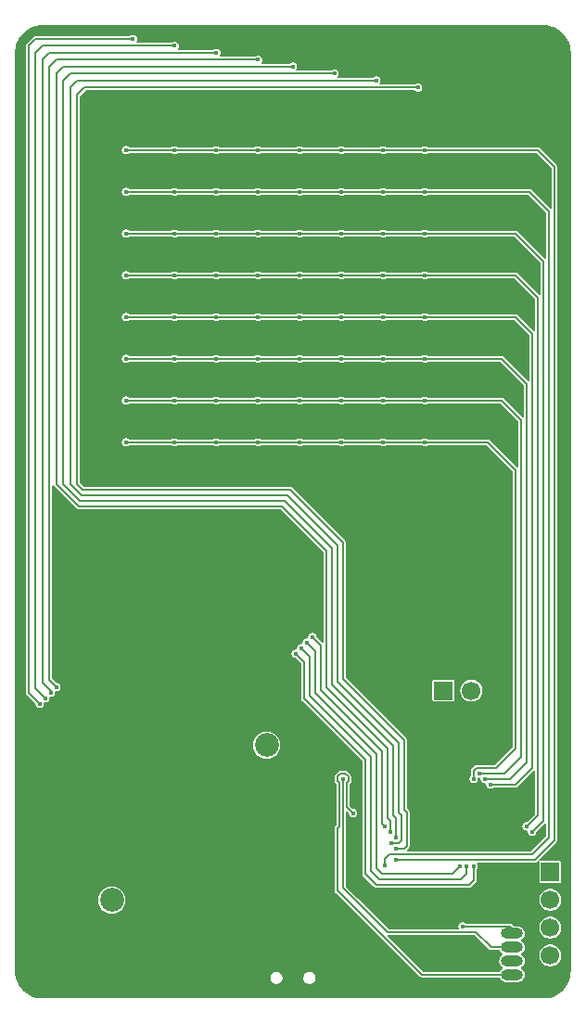
<source format=gbr>
%TF.GenerationSoftware,KiCad,Pcbnew,9.0.4*%
%TF.CreationDate,2025-08-30T15:32:04-04:00*%
%TF.ProjectId,business_card_pcb,62757369-6e65-4737-935f-636172645f70,rev?*%
%TF.SameCoordinates,Original*%
%TF.FileFunction,Copper,L2,Bot*%
%TF.FilePolarity,Positive*%
%FSLAX46Y46*%
G04 Gerber Fmt 4.6, Leading zero omitted, Abs format (unit mm)*
G04 Created by KiCad (PCBNEW 9.0.4) date 2025-08-30 15:32:04*
%MOMM*%
%LPD*%
G01*
G04 APERTURE LIST*
%TA.AperFunction,ComponentPad*%
%ADD10R,1.700000X1.700000*%
%TD*%
%TA.AperFunction,ComponentPad*%
%ADD11C,1.700000*%
%TD*%
%TA.AperFunction,ComponentPad*%
%ADD12O,2.016000X1.008000*%
%TD*%
%TA.AperFunction,ComponentPad*%
%ADD13C,2.175000*%
%TD*%
%TA.AperFunction,ViaPad*%
%ADD14C,0.452400*%
%TD*%
%TA.AperFunction,ViaPad*%
%ADD15C,0.502400*%
%TD*%
%TA.AperFunction,Conductor*%
%ADD16C,0.203200*%
%TD*%
G04 APERTURE END LIST*
D10*
%TO.P,J1,1,Pin_1*%
%TO.N,/NRST*%
X172000000Y-137880000D03*
D11*
%TO.P,J1,2,Pin_2*%
%TO.N,/SWDIO*%
X172000000Y-140420000D03*
%TO.P,J1,3,Pin_3*%
%TO.N,GND*%
X172000000Y-142960000D03*
%TO.P,J1,4,Pin_4*%
%TO.N,/SWCLK*%
X172000000Y-145500000D03*
%TD*%
D10*
%TO.P,REF\u002A\u002A,1*%
%TO.N,/UART_RX*%
X162250000Y-121330000D03*
D11*
%TO.P,REF\u002A\u002A,2*%
%TO.N,/UART_TX*%
X164790000Y-121330000D03*
%TD*%
D12*
%TO.P,PROG0,P$1,4*%
%TO.N,/NRST*%
X168496000Y-143500000D03*
%TO.P,PROG0,P$2,3*%
%TO.N,/SWDIO*%
X168496000Y-144750000D03*
%TO.P,PROG0,P$3,2*%
%TO.N,GND*%
X168496000Y-146000000D03*
%TO.P,PROG0,P$4,1*%
%TO.N,/SWCLK*%
X168496000Y-147250000D03*
%TD*%
D13*
%TO.P,BT1,+*%
%TO.N,Net-(BT1-+)*%
X146100000Y-126310000D03*
%TO.P,BT1,-*%
%TO.N,GND*%
X131957864Y-140452136D03*
%TD*%
D14*
%TO.N,+3V3*%
X150500000Y-134000000D03*
X169837100Y-131165600D03*
X151803100Y-138277600D03*
D15*
X145961100Y-143738600D03*
D14*
X166281100Y-145135600D03*
%TO.N,/LED_N0*%
X160566100Y-71983600D03*
X152946100Y-71983600D03*
X133261100Y-71983600D03*
X141516100Y-71983600D03*
X145326100Y-71983600D03*
X156756100Y-71983600D03*
X149136100Y-71983600D03*
X137706100Y-71983600D03*
X157899100Y-136753600D03*
%TO.N,/LED_N1*%
X137706100Y-75793600D03*
X156756100Y-75793600D03*
X145326100Y-75793600D03*
X156883100Y-137261600D03*
X141516100Y-75793600D03*
X152946100Y-75793600D03*
X149136100Y-75793600D03*
X160566100Y-75793600D03*
X133261100Y-75793600D03*
%TO.N,/LED_N2*%
X137706100Y-79603600D03*
X156756100Y-79603600D03*
X149136100Y-79603600D03*
X133261100Y-79603600D03*
X141516100Y-79603600D03*
X160566100Y-79603600D03*
X170345100Y-134213600D03*
X145326100Y-79603600D03*
X152946100Y-79603600D03*
%TO.N,/LED_N3*%
X137706100Y-83413600D03*
X149136100Y-83413600D03*
X156756100Y-83413600D03*
X152946100Y-83413600D03*
X133261100Y-83413600D03*
X141516100Y-83413600D03*
X160566100Y-83413600D03*
X145326100Y-83413600D03*
X169837100Y-133705600D03*
%TO.N,/LED_N4*%
X166535100Y-129895600D03*
X133261100Y-87223600D03*
X160566100Y-87223600D03*
X141516100Y-87223600D03*
X152946100Y-87223600D03*
X156756100Y-87223600D03*
X149136100Y-87223600D03*
X145326100Y-87223600D03*
X137706100Y-87223600D03*
%TO.N,/LED_N5*%
X156756100Y-91033600D03*
X149136100Y-91033600D03*
X145326100Y-91033600D03*
X141516100Y-91033600D03*
X133261100Y-91033600D03*
X152946100Y-91033600D03*
X160566100Y-91033600D03*
X166027100Y-129387600D03*
X137706100Y-91033600D03*
%TO.N,/LED_N6*%
X141516100Y-94843600D03*
X149136100Y-94843600D03*
X160566100Y-94843600D03*
X133261100Y-94843600D03*
X152946100Y-94843600D03*
X156756100Y-94843600D03*
X165519100Y-128879600D03*
X145326100Y-94843600D03*
X137706100Y-94843600D03*
%TO.N,/LED_N7*%
X156756100Y-98653600D03*
X152946100Y-98653600D03*
X137706100Y-98653600D03*
X165011100Y-129387600D03*
X160566100Y-98653600D03*
X149136100Y-98653600D03*
X145326100Y-98653600D03*
X133261100Y-98653600D03*
X141516100Y-98653600D03*
%TO.N,/SWCLK*%
X154000000Y-132500000D03*
%TO.N,/LED_P3*%
X145326100Y-63728600D03*
X156883100Y-133705600D03*
X150279100Y-116433600D03*
X126911100Y-121005600D03*
%TO.N,/LED_P1*%
X164376100Y-137388600D03*
X137706100Y-62458600D03*
X125895100Y-122021600D03*
X149263100Y-117449600D03*
%TO.N,/LED_P2*%
X126403100Y-121513600D03*
X163741100Y-137388600D03*
X141516100Y-63093600D03*
X149771100Y-116941600D03*
%TO.N,/LED_P5*%
X152311100Y-64998600D03*
X157899100Y-134721600D03*
%TO.N,/LED_P0*%
X165011100Y-137388600D03*
X148755100Y-117957600D03*
X125387100Y-122529600D03*
X133896100Y-61823600D03*
%TO.N,/NRST*%
X163991100Y-142853600D03*
%TO.N,/SWDIO*%
X153073100Y-129387600D03*
%TO.N,/LED_P4*%
X148501100Y-64363600D03*
X157391100Y-134213600D03*
%TO.N,/LED_P7*%
X157899100Y-135737600D03*
X159931100Y-66268600D03*
%TO.N,/LED_P6*%
X156121100Y-65633600D03*
X157500000Y-135229600D03*
%TD*%
D16*
%TO.N,/LED_N0*%
X152946100Y-71983600D02*
X156756100Y-71983600D01*
X133261100Y-71983600D02*
X137706100Y-71983600D01*
X137706100Y-71983600D02*
X141516100Y-71983600D01*
X145326100Y-71983600D02*
X149136100Y-71983600D01*
X141516100Y-71983600D02*
X145326100Y-71983600D01*
X170599100Y-136753600D02*
X172377100Y-134975600D01*
X157899100Y-136753600D02*
X170599100Y-136753600D01*
X172377100Y-73507600D02*
X170853100Y-71983600D01*
X149136100Y-71983600D02*
X152946100Y-71983600D01*
X156756100Y-71983600D02*
X160566100Y-71983600D01*
X170853100Y-71983600D02*
X160566100Y-71983600D01*
X172377100Y-134975600D02*
X172377100Y-73507600D01*
%TO.N,/LED_N1*%
X157322750Y-136245600D02*
X156883100Y-136685250D01*
X156756100Y-75793600D02*
X160566100Y-75793600D01*
X170091100Y-75793600D02*
X171869100Y-77571600D01*
X149136100Y-75793600D02*
X152946100Y-75793600D01*
X170345100Y-136245600D02*
X157322750Y-136245600D01*
X171869100Y-134721600D02*
X170345100Y-136245600D01*
X145326100Y-75793600D02*
X149136100Y-75793600D01*
X171869100Y-77571600D02*
X171869100Y-134721600D01*
X152946100Y-75793600D02*
X156756100Y-75793600D01*
X156883100Y-136685250D02*
X156883100Y-137261600D01*
X160566100Y-75793600D02*
X170091100Y-75793600D01*
X137706100Y-75793600D02*
X141516100Y-75793600D01*
X141516100Y-75793600D02*
X145326100Y-75793600D01*
X133261100Y-75793600D02*
X137706100Y-75793600D01*
%TO.N,/LED_N2*%
X152946100Y-79603600D02*
X156756100Y-79603600D01*
X133261100Y-79603600D02*
X137706100Y-79603600D01*
X168821100Y-79603600D02*
X171361100Y-82143600D01*
X156756100Y-79603600D02*
X160566100Y-79603600D01*
X141516100Y-79603600D02*
X145326100Y-79603600D01*
X171361100Y-133197600D02*
X170345100Y-134213600D01*
X145326100Y-79603600D02*
X149136100Y-79603600D01*
X171361100Y-82143600D02*
X171361100Y-133197600D01*
X149136100Y-79603600D02*
X152946100Y-79603600D01*
X160566100Y-79603600D02*
X168821100Y-79603600D01*
X137706100Y-79603600D02*
X141516100Y-79603600D01*
%TO.N,/LED_N3*%
X145326100Y-83413600D02*
X149136100Y-83413600D01*
X160566100Y-83413600D02*
X168821100Y-83413600D01*
X168821100Y-83413600D02*
X170853100Y-85445600D01*
X133261100Y-83413600D02*
X137706100Y-83413600D01*
X141516100Y-83413600D02*
X145326100Y-83413600D01*
X170853100Y-132689600D02*
X169837100Y-133705600D01*
X149136100Y-83413600D02*
X152946100Y-83413600D01*
X152946100Y-83413600D02*
X156756100Y-83413600D01*
X170853100Y-85445600D02*
X170853100Y-132689600D01*
X156756100Y-83413600D02*
X160566100Y-83413600D01*
X137706100Y-83413600D02*
X141516100Y-83413600D01*
%TO.N,/LED_N4*%
X168821100Y-87223600D02*
X170345100Y-88747600D01*
X170345100Y-128371600D02*
X168821100Y-129895600D01*
X133261100Y-87223600D02*
X137706100Y-87223600D01*
X152946100Y-87223600D02*
X156756100Y-87223600D01*
X137706100Y-87223600D02*
X141516100Y-87223600D01*
X168821100Y-129895600D02*
X166535100Y-129895600D01*
X160566100Y-87223600D02*
X168821100Y-87223600D01*
X156756100Y-87223600D02*
X160566100Y-87223600D01*
X145326100Y-87223600D02*
X149136100Y-87223600D01*
X141516100Y-87223600D02*
X145326100Y-87223600D01*
X149136100Y-87223600D02*
X152946100Y-87223600D01*
X170345100Y-88747600D02*
X170345100Y-128371600D01*
%TO.N,/LED_N5*%
X133261100Y-91033600D02*
X137706100Y-91033600D01*
X141516100Y-91033600D02*
X145326100Y-91033600D01*
X137706100Y-91033600D02*
X141516100Y-91033600D01*
X152946100Y-91033600D02*
X156756100Y-91033600D01*
X169837100Y-93319600D02*
X169837100Y-127863600D01*
X149136100Y-91033600D02*
X152946100Y-91033600D01*
X145326100Y-91033600D02*
X149136100Y-91033600D01*
X160566100Y-91033600D02*
X167551100Y-91033600D01*
X168313100Y-129387600D02*
X166027100Y-129387600D01*
X167551100Y-91033600D02*
X169837100Y-93319600D01*
X156756100Y-91033600D02*
X160566100Y-91033600D01*
X169837100Y-127863600D02*
X168313100Y-129387600D01*
%TO.N,/LED_N6*%
X137706100Y-94843600D02*
X141516100Y-94843600D01*
X145326100Y-94843600D02*
X149136100Y-94843600D01*
X167551100Y-94843600D02*
X169329100Y-96621600D01*
X133261100Y-94843600D02*
X137706100Y-94843600D01*
X169329100Y-127355600D02*
X167805100Y-128879600D01*
X167805100Y-128879600D02*
X165519100Y-128879600D01*
X160566100Y-94843600D02*
X167551100Y-94843600D01*
X141516100Y-94843600D02*
X145326100Y-94843600D01*
X152946100Y-94843600D02*
X156756100Y-94843600D01*
X149136100Y-94843600D02*
X152946100Y-94843600D01*
X169329100Y-96621600D02*
X169329100Y-127355600D01*
X156756100Y-94843600D02*
X160566100Y-94843600D01*
%TO.N,/LED_N7*%
X141516100Y-98653600D02*
X137706100Y-98653600D01*
X149136100Y-98653600D02*
X145326100Y-98653600D01*
X165265100Y-128371600D02*
X165011100Y-128625600D01*
X156756100Y-98653600D02*
X152946100Y-98653600D01*
X137706100Y-98653600D02*
X133261100Y-98653600D01*
X152946100Y-98653600D02*
X149136100Y-98653600D01*
X166281100Y-98653600D02*
X160566100Y-98653600D01*
X168821100Y-101193600D02*
X168821100Y-126593600D01*
X168821100Y-101193600D02*
X166281100Y-98653600D01*
X165011100Y-128625600D02*
X165011100Y-129387600D01*
X168821100Y-126593600D02*
X167043100Y-128371600D01*
X145326100Y-98653600D02*
X141516100Y-98653600D01*
X167043100Y-128371600D02*
X165265100Y-128371600D01*
X160566100Y-98653600D02*
X156756100Y-98653600D01*
%TO.N,/SWCLK*%
X152565100Y-139547600D02*
X152565100Y-133870500D01*
X153404300Y-129767184D02*
X153404300Y-131904300D01*
X152570500Y-129595784D02*
X152570500Y-129179416D01*
X152570500Y-129179416D02*
X152864916Y-128885000D01*
X153404300Y-131904300D02*
X154000000Y-132500000D01*
X153281284Y-128885000D02*
X153575700Y-129179416D01*
X152864916Y-128885000D02*
X153281284Y-128885000D01*
X152741900Y-129767184D02*
X152570500Y-129595784D01*
X169000000Y-147250000D02*
X160267500Y-147250000D01*
X153575700Y-129595784D02*
X153404300Y-129767184D01*
X152741900Y-133693700D02*
X152741900Y-129767184D01*
X160267500Y-147250000D02*
X152565100Y-139547600D01*
X153575700Y-129179416D02*
X153575700Y-129595784D01*
X152565100Y-133870500D02*
X152741900Y-133693700D01*
%TO.N,/LED_P3*%
X150279100Y-116433600D02*
X151041100Y-117195600D01*
X145326100Y-63728600D02*
X126911100Y-63728600D01*
X126276100Y-64363600D02*
X126276100Y-120370600D01*
X126911100Y-121005600D02*
X126276100Y-120370600D01*
X156629100Y-133451600D02*
X156883100Y-133705600D01*
X151041100Y-117195600D02*
X151041100Y-121259600D01*
X156629100Y-126847600D02*
X156629100Y-133451600D01*
X151041100Y-121259600D02*
X156629100Y-126847600D01*
X126911100Y-63728600D02*
X126276100Y-64363600D01*
%TO.N,/LED_P1*%
X164376100Y-138023600D02*
X163868100Y-138531600D01*
X137706100Y-62458600D02*
X125641100Y-62458600D01*
X156375100Y-138531600D02*
X155613100Y-137769600D01*
X125006100Y-121132600D02*
X125895100Y-122021600D01*
X125006100Y-63093600D02*
X125006100Y-121132600D01*
X150025100Y-121767600D02*
X155613100Y-127355600D01*
X156375100Y-138531600D02*
X163868100Y-138531600D01*
X150025100Y-118211600D02*
X150025100Y-121767600D01*
X125641100Y-62458600D02*
X125006100Y-63093600D01*
X164376100Y-138023600D02*
X164376100Y-137388600D01*
X155613100Y-137769600D02*
X155613100Y-127355600D01*
X149263100Y-117449600D02*
X150025100Y-118211600D01*
%TO.N,/LED_P2*%
X156121100Y-137515600D02*
X156121100Y-127101600D01*
X126276100Y-63093600D02*
X125641100Y-63728600D01*
X126403100Y-121386600D02*
X125641100Y-120624600D01*
X150533100Y-117703600D02*
X150533100Y-121513600D01*
X163106100Y-138023600D02*
X163741100Y-137388600D01*
X156629100Y-138023600D02*
X163106100Y-138023600D01*
X141516100Y-63093600D02*
X126276100Y-63093600D01*
X150533100Y-121513600D02*
X156121100Y-127101600D01*
X126403100Y-121513600D02*
X126403100Y-121386600D01*
X125641100Y-63728600D02*
X125641100Y-120624600D01*
X156121100Y-137515600D02*
X156629100Y-138023600D01*
X149771100Y-116941600D02*
X150533100Y-117703600D01*
%TO.N,/LED_P5*%
X152311100Y-64998600D02*
X128181100Y-64998600D01*
X127546100Y-65633600D02*
X127546100Y-102463600D01*
X152057100Y-120751600D02*
X157645100Y-126339600D01*
X128181100Y-64998600D02*
X127546100Y-65633600D01*
X157899100Y-132943600D02*
X157899100Y-134721600D01*
X157645100Y-126339600D02*
X157645100Y-132689600D01*
X152057100Y-108305600D02*
X152057100Y-120751600D01*
X147739100Y-103987600D02*
X152057100Y-108305600D01*
X127546100Y-102463600D02*
X129070100Y-103987600D01*
X157645100Y-132689600D02*
X157899100Y-132943600D01*
X129070100Y-103987600D02*
X147739100Y-103987600D01*
%TO.N,/LED_P0*%
X149517100Y-118719600D02*
X149517100Y-122021600D01*
X124371100Y-62458600D02*
X124371100Y-121513600D01*
X156121100Y-139039600D02*
X155105100Y-138023600D01*
X155105100Y-138023600D02*
X155105100Y-127609600D01*
X125006100Y-61823600D02*
X124371100Y-62458600D01*
X156121100Y-139039600D02*
X164630100Y-139039600D01*
X149517100Y-122021600D02*
X155105100Y-127609600D01*
X164630100Y-139039600D02*
X165011100Y-138658600D01*
X148755100Y-117957600D02*
X149517100Y-118719600D01*
X133896100Y-61823600D02*
X125006100Y-61823600D01*
X124371100Y-121513600D02*
X125387100Y-122529600D01*
X165011100Y-138658600D02*
X165011100Y-137388600D01*
%TO.N,/NRST*%
X163995100Y-142849600D02*
X168349600Y-142849600D01*
X163991100Y-142853600D02*
X163995100Y-142849600D01*
X168349600Y-142849600D02*
X169000000Y-143500000D01*
%TO.N,/SWDIO*%
X153073100Y-139293600D02*
X153073100Y-129387600D01*
X157137100Y-143357600D02*
X153073100Y-139293600D01*
X166606284Y-144750000D02*
X169000000Y-144750000D01*
X157137100Y-143357600D02*
X165213884Y-143357600D01*
X165213884Y-143357600D02*
X166606284Y-144750000D01*
%TO.N,/LED_P4*%
X157137100Y-132943600D02*
X157391100Y-133197600D01*
X157137100Y-126593600D02*
X157137100Y-132943600D01*
X148501100Y-64363600D02*
X127546100Y-64363600D01*
X127546100Y-64363600D02*
X126911100Y-64998600D01*
X147485100Y-104495600D02*
X151549100Y-108559600D01*
X128943100Y-104495600D02*
X147485100Y-104495600D01*
X126911100Y-64998600D02*
X126911100Y-102463600D01*
X157391100Y-133197600D02*
X157391100Y-134213600D01*
X151549100Y-108559600D02*
X151549100Y-121005600D01*
X126911100Y-102463600D02*
X128943100Y-104495600D01*
X151549100Y-121005600D02*
X157137100Y-126593600D01*
%TO.N,/LED_P7*%
X153073100Y-120243600D02*
X158661100Y-125831600D01*
X158915100Y-135483600D02*
X158661100Y-135737600D01*
X153073100Y-107797600D02*
X153073100Y-120243600D01*
X158661100Y-125831600D02*
X158661100Y-132181600D01*
X158661100Y-135737600D02*
X157899100Y-135737600D01*
X158661100Y-132181600D02*
X158915100Y-132435600D01*
X129324100Y-102971600D02*
X148247100Y-102971600D01*
X158915100Y-132435600D02*
X158915100Y-135483600D01*
X129451100Y-66268600D02*
X128816100Y-66903600D01*
X128816100Y-66903600D02*
X128816100Y-102463600D01*
X128816100Y-102463600D02*
X129324100Y-102971600D01*
X148247100Y-102971600D02*
X153073100Y-107797600D01*
X159931100Y-66268600D02*
X129451100Y-66268600D01*
%TO.N,/LED_P6*%
X147993100Y-103479600D02*
X129197100Y-103479600D01*
X128816100Y-65633600D02*
X156121100Y-65633600D01*
X128181100Y-102463600D02*
X128181100Y-66268600D01*
X157500000Y-135229600D02*
X158153100Y-135229600D01*
X129197100Y-103479600D02*
X128181100Y-102463600D01*
X152565100Y-120497600D02*
X152565100Y-108051600D01*
X158153100Y-126085600D02*
X152565100Y-120497600D01*
X158153100Y-135229600D02*
X158407100Y-134975600D01*
X152565100Y-108051600D02*
X147993100Y-103479600D01*
X158407100Y-132689600D02*
X158153100Y-132435600D01*
X128181100Y-66268600D02*
X128816100Y-65633600D01*
X158153100Y-132435600D02*
X158153100Y-126085600D01*
X158407100Y-134975600D02*
X158407100Y-132689600D01*
%TD*%
%TA.AperFunction,Conductor*%
%TO.N,+3V3*%
G36*
X165125927Y-143631313D02*
G01*
X165137931Y-143641565D01*
X166462121Y-144965755D01*
X166555661Y-145004500D01*
X166656907Y-145004500D01*
X167319281Y-145004500D01*
X167378412Y-145023713D01*
X167408000Y-145057674D01*
X167409860Y-145061154D01*
X167481751Y-145168747D01*
X167481753Y-145168749D01*
X167573251Y-145260247D01*
X167619806Y-145291354D01*
X167658297Y-145340181D01*
X167660738Y-145402307D01*
X167626195Y-145454003D01*
X167619811Y-145458641D01*
X167596326Y-145474334D01*
X167573249Y-145489754D01*
X167481753Y-145581251D01*
X167481751Y-145581252D01*
X167409861Y-145688844D01*
X167360345Y-145808387D01*
X167360345Y-145808389D01*
X167335100Y-145935301D01*
X167335100Y-146064699D01*
X167360345Y-146191611D01*
X167409863Y-146311159D01*
X167446051Y-146365317D01*
X167481751Y-146418747D01*
X167481753Y-146418749D01*
X167573251Y-146510247D01*
X167619806Y-146541354D01*
X167658297Y-146590181D01*
X167660738Y-146652307D01*
X167626195Y-146704003D01*
X167619811Y-146708641D01*
X167596326Y-146724334D01*
X167573249Y-146739754D01*
X167481753Y-146831251D01*
X167481751Y-146831252D01*
X167409860Y-146938845D01*
X167408000Y-146942326D01*
X167363180Y-146985417D01*
X167319281Y-146995500D01*
X160414587Y-146995500D01*
X160355456Y-146976287D01*
X160343452Y-146966035D01*
X157161252Y-143783835D01*
X157133026Y-143728437D01*
X157142752Y-143667029D01*
X157186716Y-143623065D01*
X157232387Y-143612100D01*
X165066796Y-143612100D01*
X165125927Y-143631313D01*
G37*
%TD.AperFunction*%
%TA.AperFunction,Conductor*%
G36*
X171364141Y-60579283D02*
G01*
X171658116Y-60597066D01*
X171670169Y-60598529D01*
X171956881Y-60651071D01*
X171968653Y-60653972D01*
X172246951Y-60740693D01*
X172258297Y-60744996D01*
X172524096Y-60864623D01*
X172534852Y-60870268D01*
X172784290Y-61021058D01*
X172794288Y-61027959D01*
X173023733Y-61207718D01*
X173032826Y-61215774D01*
X173238925Y-61421873D01*
X173246981Y-61430966D01*
X173426740Y-61660411D01*
X173433641Y-61670409D01*
X173584431Y-61919847D01*
X173590076Y-61930603D01*
X173709700Y-62196396D01*
X173714008Y-62207755D01*
X173800723Y-62486032D01*
X173803630Y-62497828D01*
X173856169Y-62784529D01*
X173857633Y-62796588D01*
X173875416Y-63090557D01*
X173875600Y-63096631D01*
X173875600Y-146910567D01*
X173875416Y-146916641D01*
X173857633Y-147210611D01*
X173856169Y-147222670D01*
X173803630Y-147509371D01*
X173800723Y-147521167D01*
X173714008Y-147799444D01*
X173709700Y-147810803D01*
X173590076Y-148076596D01*
X173584431Y-148087352D01*
X173433641Y-148336790D01*
X173426740Y-148346788D01*
X173246981Y-148576233D01*
X173238925Y-148585326D01*
X173032826Y-148791425D01*
X173023733Y-148799481D01*
X172794288Y-148979240D01*
X172784290Y-148986141D01*
X172534852Y-149136931D01*
X172524096Y-149142576D01*
X172258303Y-149262200D01*
X172246944Y-149266508D01*
X171968667Y-149353223D01*
X171956871Y-149356130D01*
X171670170Y-149408669D01*
X171658111Y-149410133D01*
X171364142Y-149427916D01*
X171358068Y-149428100D01*
X125644132Y-149428100D01*
X125638058Y-149427916D01*
X125344088Y-149410133D01*
X125332029Y-149408669D01*
X125045328Y-149356130D01*
X125033534Y-149353223D01*
X124822771Y-149287547D01*
X124755255Y-149266508D01*
X124743896Y-149262200D01*
X124478103Y-149142576D01*
X124467347Y-149136931D01*
X124217909Y-148986141D01*
X124207911Y-148979240D01*
X123978466Y-148799481D01*
X123969373Y-148791425D01*
X123763274Y-148585326D01*
X123755218Y-148576233D01*
X123575459Y-148346788D01*
X123568558Y-148336790D01*
X123417768Y-148087352D01*
X123412123Y-148076596D01*
X123331258Y-147896921D01*
X123292496Y-147810797D01*
X123288193Y-147799451D01*
X123201472Y-147521153D01*
X123198572Y-147509385D01*
X123192476Y-147476122D01*
X146450600Y-147476122D01*
X146450600Y-147621077D01*
X146463374Y-147668747D01*
X146487891Y-147760247D01*
X146488117Y-147761088D01*
X146560591Y-147886615D01*
X146663084Y-147989108D01*
X146663083Y-147989108D01*
X146788611Y-148061582D01*
X146788612Y-148061582D01*
X146788615Y-148061584D01*
X146928625Y-148099100D01*
X146928627Y-148099100D01*
X147073573Y-148099100D01*
X147073575Y-148099100D01*
X147213585Y-148061584D01*
X147339115Y-147989109D01*
X147441609Y-147886615D01*
X147514084Y-147761085D01*
X147551600Y-147621075D01*
X147551600Y-147476125D01*
X147551599Y-147476122D01*
X149450600Y-147476122D01*
X149450600Y-147621077D01*
X149463374Y-147668747D01*
X149487891Y-147760247D01*
X149488117Y-147761088D01*
X149560591Y-147886615D01*
X149663084Y-147989108D01*
X149663083Y-147989108D01*
X149788611Y-148061582D01*
X149788612Y-148061582D01*
X149788615Y-148061584D01*
X149928625Y-148099100D01*
X149928627Y-148099100D01*
X150073573Y-148099100D01*
X150073575Y-148099100D01*
X150213585Y-148061584D01*
X150339115Y-147989109D01*
X150441609Y-147886615D01*
X150514084Y-147761085D01*
X150551600Y-147621075D01*
X150551600Y-147476125D01*
X150514084Y-147336115D01*
X150501719Y-147314699D01*
X150441608Y-147210584D01*
X150339115Y-147108091D01*
X150339116Y-147108091D01*
X150213588Y-147035617D01*
X150213585Y-147035616D01*
X150176073Y-147025564D01*
X150073577Y-146998100D01*
X150073575Y-146998100D01*
X149928625Y-146998100D01*
X149928622Y-146998100D01*
X149788611Y-147035617D01*
X149663084Y-147108091D01*
X149560591Y-147210584D01*
X149488117Y-147336111D01*
X149450600Y-147476122D01*
X147551599Y-147476122D01*
X147514084Y-147336115D01*
X147501719Y-147314699D01*
X147441608Y-147210584D01*
X147339115Y-147108091D01*
X147339116Y-147108091D01*
X147213588Y-147035617D01*
X147213585Y-147035616D01*
X147176073Y-147025564D01*
X147073577Y-146998100D01*
X147073575Y-146998100D01*
X146928625Y-146998100D01*
X146928622Y-146998100D01*
X146788611Y-147035617D01*
X146663084Y-147108091D01*
X146560591Y-147210584D01*
X146488117Y-147336111D01*
X146450600Y-147476122D01*
X123192476Y-147476122D01*
X123146029Y-147222669D01*
X123144566Y-147210611D01*
X123144564Y-147210585D01*
X123126784Y-146916641D01*
X123126600Y-146910567D01*
X123126600Y-140354508D01*
X130717464Y-140354508D01*
X130717464Y-140549763D01*
X130748004Y-140742590D01*
X130748008Y-140742606D01*
X130808340Y-140928287D01*
X130808341Y-140928289D01*
X130896975Y-141102244D01*
X130896977Y-141102248D01*
X131011738Y-141260201D01*
X131149798Y-141398261D01*
X131307751Y-141513022D01*
X131307755Y-141513024D01*
X131481710Y-141601658D01*
X131481712Y-141601659D01*
X131667393Y-141661991D01*
X131667396Y-141661991D01*
X131667403Y-141661994D01*
X131667408Y-141661994D01*
X131667409Y-141661995D01*
X131860236Y-141692535D01*
X131860240Y-141692536D01*
X131860242Y-141692536D01*
X132055488Y-141692536D01*
X132055489Y-141692535D01*
X132248325Y-141661994D01*
X132434013Y-141601660D01*
X132607976Y-141513022D01*
X132765931Y-141398260D01*
X132903988Y-141260203D01*
X133018750Y-141102248D01*
X133107388Y-140928285D01*
X133167722Y-140742597D01*
X133198264Y-140549758D01*
X133198264Y-140354514D01*
X133167722Y-140161675D01*
X133156606Y-140127465D01*
X133107387Y-139975984D01*
X133107386Y-139975982D01*
X133018752Y-139802027D01*
X133018750Y-139802023D01*
X132903989Y-139644070D01*
X132765929Y-139506010D01*
X132607976Y-139391249D01*
X132607972Y-139391247D01*
X132434017Y-139302613D01*
X132434015Y-139302612D01*
X132248334Y-139242280D01*
X132248318Y-139242276D01*
X132055491Y-139211736D01*
X132055486Y-139211736D01*
X131860242Y-139211736D01*
X131860236Y-139211736D01*
X131667409Y-139242276D01*
X131667393Y-139242280D01*
X131481712Y-139302612D01*
X131481710Y-139302613D01*
X131307755Y-139391247D01*
X131307751Y-139391249D01*
X131149798Y-139506010D01*
X131011738Y-139644070D01*
X130896977Y-139802023D01*
X130896975Y-139802027D01*
X130808341Y-139975982D01*
X130808340Y-139975984D01*
X130748008Y-140161665D01*
X130748004Y-140161681D01*
X130717464Y-140354508D01*
X123126600Y-140354508D01*
X123126600Y-133819877D01*
X152310600Y-133819877D01*
X152310600Y-139598222D01*
X152349344Y-139691762D01*
X152349345Y-139691763D01*
X160051744Y-147394161D01*
X160051745Y-147394163D01*
X160123337Y-147465755D01*
X160148373Y-147476125D01*
X160161888Y-147481723D01*
X160161889Y-147481724D01*
X160216877Y-147504501D01*
X160329833Y-147504501D01*
X160329841Y-147504500D01*
X167319281Y-147504500D01*
X167378412Y-147523713D01*
X167408000Y-147557674D01*
X167409860Y-147561154D01*
X167481751Y-147668747D01*
X167573252Y-147760248D01*
X167599966Y-147778098D01*
X167680841Y-147832137D01*
X167800389Y-147881655D01*
X167927301Y-147906900D01*
X167927302Y-147906900D01*
X169064698Y-147906900D01*
X169064699Y-147906900D01*
X169191611Y-147881655D01*
X169311159Y-147832137D01*
X169418749Y-147760247D01*
X169510247Y-147668749D01*
X169582137Y-147561159D01*
X169631655Y-147441611D01*
X169656900Y-147314699D01*
X169656900Y-147185301D01*
X169631655Y-147058389D01*
X169582137Y-146938841D01*
X169510247Y-146831251D01*
X169418749Y-146739753D01*
X169418747Y-146739751D01*
X169388032Y-146719228D01*
X169372193Y-146708645D01*
X169333702Y-146659820D01*
X169331261Y-146597693D01*
X169365803Y-146545997D01*
X169372188Y-146541358D01*
X169418749Y-146510247D01*
X169510247Y-146418749D01*
X169582137Y-146311159D01*
X169631655Y-146191611D01*
X169656900Y-146064699D01*
X169656900Y-145935301D01*
X169631655Y-145808389D01*
X169582137Y-145688841D01*
X169510247Y-145581251D01*
X169418749Y-145489753D01*
X169418745Y-145489749D01*
X169404043Y-145479926D01*
X169404043Y-145479925D01*
X169372195Y-145458646D01*
X169333702Y-145409820D01*
X169333364Y-145401223D01*
X170997100Y-145401223D01*
X170997100Y-145598776D01*
X171035641Y-145792537D01*
X171111239Y-145975047D01*
X171111243Y-145975055D01*
X171155382Y-146041113D01*
X171220996Y-146139312D01*
X171360688Y-146279004D01*
X171408806Y-146311155D01*
X171524944Y-146388756D01*
X171524946Y-146388757D01*
X171524949Y-146388759D01*
X171597347Y-146418747D01*
X171707462Y-146464358D01*
X171707463Y-146464358D01*
X171707465Y-146464359D01*
X171901223Y-146502900D01*
X171901224Y-146502900D01*
X172098776Y-146502900D01*
X172098777Y-146502900D01*
X172292535Y-146464359D01*
X172475051Y-146388759D01*
X172639312Y-146279004D01*
X172779004Y-146139312D01*
X172888759Y-145975051D01*
X172964359Y-145792535D01*
X173002900Y-145598777D01*
X173002900Y-145401223D01*
X172964359Y-145207465D01*
X172948322Y-145168749D01*
X172926559Y-145116207D01*
X172888759Y-145024949D01*
X172779004Y-144860688D01*
X172639312Y-144720996D01*
X172585053Y-144684741D01*
X172475055Y-144611243D01*
X172475047Y-144611239D01*
X172292537Y-144535641D01*
X172163363Y-144509947D01*
X172098777Y-144497100D01*
X171901223Y-144497100D01*
X171852783Y-144506735D01*
X171707462Y-144535641D01*
X171524952Y-144611239D01*
X171524944Y-144611243D01*
X171393271Y-144699224D01*
X171360688Y-144720996D01*
X171360687Y-144720997D01*
X171360686Y-144720997D01*
X171220997Y-144860686D01*
X171220997Y-144860687D01*
X171111243Y-145024944D01*
X171111239Y-145024952D01*
X171035641Y-145207462D01*
X170997100Y-145401223D01*
X169333364Y-145401223D01*
X169331261Y-145347694D01*
X169365802Y-145295998D01*
X169372188Y-145291358D01*
X169418749Y-145260247D01*
X169510247Y-145168749D01*
X169582137Y-145061159D01*
X169631655Y-144941611D01*
X169656900Y-144814699D01*
X169656900Y-144685301D01*
X169631655Y-144558389D01*
X169582137Y-144438841D01*
X169510247Y-144331251D01*
X169418749Y-144239753D01*
X169418747Y-144239751D01*
X169388032Y-144219228D01*
X169372193Y-144208645D01*
X169333702Y-144159820D01*
X169331261Y-144097693D01*
X169365803Y-144045997D01*
X169372188Y-144041358D01*
X169418749Y-144010247D01*
X169510247Y-143918749D01*
X169582137Y-143811159D01*
X169631655Y-143691611D01*
X169656900Y-143564699D01*
X169656900Y-143435301D01*
X169631655Y-143308389D01*
X169582137Y-143188841D01*
X169526362Y-143105368D01*
X169510248Y-143081252D01*
X169418747Y-142989751D01*
X169377589Y-142962250D01*
X169311159Y-142917863D01*
X169311152Y-142917860D01*
X169191612Y-142868345D01*
X169155809Y-142861223D01*
X170997100Y-142861223D01*
X170997100Y-143058777D01*
X171001571Y-143081252D01*
X171035641Y-143252537D01*
X171111239Y-143435047D01*
X171111243Y-143435055D01*
X171155382Y-143501113D01*
X171220996Y-143599312D01*
X171360688Y-143739004D01*
X171427783Y-143783835D01*
X171524944Y-143848756D01*
X171524946Y-143848757D01*
X171524949Y-143848759D01*
X171616207Y-143886559D01*
X171707462Y-143924358D01*
X171707463Y-143924358D01*
X171707465Y-143924359D01*
X171901223Y-143962900D01*
X171901224Y-143962900D01*
X172098776Y-143962900D01*
X172098777Y-143962900D01*
X172292535Y-143924359D01*
X172475051Y-143848759D01*
X172639312Y-143739004D01*
X172779004Y-143599312D01*
X172888759Y-143435051D01*
X172964359Y-143252535D01*
X173002900Y-143058777D01*
X173002900Y-142861223D01*
X172964359Y-142667465D01*
X172888759Y-142484949D01*
X172779004Y-142320688D01*
X172639312Y-142180996D01*
X172585053Y-142144741D01*
X172475055Y-142071243D01*
X172475047Y-142071239D01*
X172292537Y-141995641D01*
X172163363Y-141969947D01*
X172098777Y-141957100D01*
X171901223Y-141957100D01*
X171852783Y-141966735D01*
X171707462Y-141995641D01*
X171524952Y-142071239D01*
X171524944Y-142071243D01*
X171393271Y-142159224D01*
X171360688Y-142180996D01*
X171360687Y-142180997D01*
X171360686Y-142180997D01*
X171220997Y-142320686D01*
X171220997Y-142320687D01*
X171111243Y-142484944D01*
X171111239Y-142484952D01*
X171035641Y-142667462D01*
X171027722Y-142707275D01*
X170997100Y-142861223D01*
X169155809Y-142861223D01*
X169128155Y-142855722D01*
X169064699Y-142843100D01*
X169064698Y-142843100D01*
X168744688Y-142843100D01*
X168685557Y-142823887D01*
X168673553Y-142813635D01*
X168493762Y-142633844D01*
X168438967Y-142611148D01*
X168400223Y-142595100D01*
X168400222Y-142595100D01*
X164310398Y-142595100D01*
X164251267Y-142575887D01*
X164239263Y-142565635D01*
X164223875Y-142550247D01*
X164223873Y-142550245D01*
X164137427Y-142500335D01*
X164137424Y-142500333D01*
X164041014Y-142474500D01*
X164041009Y-142474500D01*
X163941191Y-142474500D01*
X163941185Y-142474500D01*
X163844776Y-142500333D01*
X163844775Y-142500333D01*
X163758324Y-142550247D01*
X163687747Y-142620824D01*
X163637833Y-142707275D01*
X163637833Y-142707276D01*
X163612000Y-142803685D01*
X163612000Y-142903514D01*
X163631547Y-142976463D01*
X163628293Y-143038552D01*
X163589165Y-143086871D01*
X163534375Y-143103100D01*
X157284188Y-143103100D01*
X157225057Y-143083887D01*
X157213053Y-143073635D01*
X154460641Y-140321223D01*
X170997100Y-140321223D01*
X170997100Y-140518776D01*
X171035641Y-140712537D01*
X171111239Y-140895047D01*
X171111243Y-140895055D01*
X171155382Y-140961113D01*
X171220996Y-141059312D01*
X171360688Y-141199004D01*
X171469205Y-141271512D01*
X171524944Y-141308756D01*
X171524946Y-141308757D01*
X171524949Y-141308759D01*
X171616207Y-141346559D01*
X171707462Y-141384358D01*
X171707463Y-141384358D01*
X171707465Y-141384359D01*
X171901223Y-141422900D01*
X171901224Y-141422900D01*
X172098776Y-141422900D01*
X172098777Y-141422900D01*
X172292535Y-141384359D01*
X172475051Y-141308759D01*
X172639312Y-141199004D01*
X172779004Y-141059312D01*
X172888759Y-140895051D01*
X172964359Y-140712535D01*
X173002900Y-140518777D01*
X173002900Y-140321223D01*
X172964359Y-140127465D01*
X172888759Y-139944949D01*
X172779004Y-139780688D01*
X172639312Y-139640996D01*
X172575296Y-139598222D01*
X172475055Y-139531243D01*
X172475047Y-139531239D01*
X172292537Y-139455641D01*
X172163363Y-139429947D01*
X172098777Y-139417100D01*
X171901223Y-139417100D01*
X171852783Y-139426735D01*
X171707462Y-139455641D01*
X171524952Y-139531239D01*
X171524944Y-139531243D01*
X171393271Y-139619224D01*
X171360688Y-139640996D01*
X171360687Y-139640997D01*
X171360686Y-139640997D01*
X171220997Y-139780686D01*
X171220997Y-139780687D01*
X171220996Y-139780688D01*
X171206740Y-139802024D01*
X171111243Y-139944944D01*
X171111239Y-139944952D01*
X171035641Y-140127462D01*
X170997100Y-140321223D01*
X154460641Y-140321223D01*
X153357065Y-139217647D01*
X153328839Y-139162249D01*
X153327600Y-139146512D01*
X153327600Y-132430388D01*
X153334880Y-132407982D01*
X153338565Y-132384717D01*
X153344304Y-132378977D01*
X153346813Y-132371257D01*
X153365872Y-132357409D01*
X153382529Y-132340753D01*
X153390545Y-132339483D01*
X153397113Y-132334712D01*
X153420671Y-132334712D01*
X153443937Y-132331027D01*
X153451169Y-132334712D01*
X153459287Y-132334712D01*
X153499335Y-132359253D01*
X153591435Y-132451353D01*
X153619661Y-132506751D01*
X153620900Y-132522488D01*
X153620900Y-132549914D01*
X153646733Y-132646323D01*
X153646733Y-132646324D01*
X153646735Y-132646327D01*
X153696645Y-132732773D01*
X153767227Y-132803355D01*
X153853673Y-132853265D01*
X153853675Y-132853266D01*
X153950085Y-132879099D01*
X153950089Y-132879099D01*
X153950091Y-132879100D01*
X153950093Y-132879100D01*
X154049907Y-132879100D01*
X154049909Y-132879100D01*
X154049911Y-132879099D01*
X154049914Y-132879099D01*
X154146323Y-132853266D01*
X154146324Y-132853266D01*
X154146324Y-132853265D01*
X154146327Y-132853265D01*
X154232773Y-132803355D01*
X154303355Y-132732773D01*
X154353265Y-132646327D01*
X154379100Y-132549909D01*
X154379100Y-132450091D01*
X154379099Y-132450089D01*
X154379099Y-132450085D01*
X154353266Y-132353676D01*
X154353266Y-132353675D01*
X154353265Y-132353673D01*
X154303355Y-132267227D01*
X154232773Y-132196645D01*
X154146327Y-132146735D01*
X154146324Y-132146733D01*
X154049914Y-132120900D01*
X154049909Y-132120900D01*
X154022488Y-132120900D01*
X153963357Y-132101687D01*
X153951353Y-132091435D01*
X153688265Y-131828347D01*
X153660039Y-131772949D01*
X153658800Y-131757212D01*
X153658800Y-129914270D01*
X153661307Y-129906551D01*
X153660038Y-129898536D01*
X153670733Y-129877544D01*
X153678013Y-129855139D01*
X153688259Y-129843140D01*
X153705710Y-129825689D01*
X153705713Y-129825688D01*
X153719862Y-129811539D01*
X153719863Y-129811539D01*
X153791455Y-129739947D01*
X153830200Y-129646407D01*
X153830200Y-129128793D01*
X153791455Y-129035253D01*
X153719863Y-128963661D01*
X153714132Y-128957930D01*
X153714125Y-128957924D01*
X153425446Y-128669244D01*
X153370651Y-128646548D01*
X153331907Y-128630500D01*
X152814293Y-128630500D01*
X152786896Y-128641847D01*
X152720753Y-128669244D01*
X152354744Y-129035253D01*
X152316000Y-129128793D01*
X152316000Y-129646406D01*
X152354744Y-129739946D01*
X152457935Y-129843136D01*
X152486161Y-129898533D01*
X152487400Y-129914271D01*
X152487400Y-133546612D01*
X152468187Y-133605743D01*
X152457935Y-133617747D01*
X152349345Y-133726336D01*
X152349344Y-133726337D01*
X152310600Y-133819877D01*
X123126600Y-133819877D01*
X123126600Y-126212372D01*
X144859600Y-126212372D01*
X144859600Y-126407627D01*
X144890140Y-126600454D01*
X144890144Y-126600470D01*
X144950476Y-126786151D01*
X144950477Y-126786153D01*
X145039111Y-126960108D01*
X145039113Y-126960112D01*
X145153874Y-127118065D01*
X145291934Y-127256125D01*
X145449887Y-127370886D01*
X145449891Y-127370888D01*
X145623846Y-127459522D01*
X145623848Y-127459523D01*
X145809529Y-127519855D01*
X145809532Y-127519855D01*
X145809539Y-127519858D01*
X145809544Y-127519858D01*
X145809545Y-127519859D01*
X146002372Y-127550399D01*
X146002376Y-127550400D01*
X146002378Y-127550400D01*
X146197624Y-127550400D01*
X146197625Y-127550399D01*
X146390461Y-127519858D01*
X146576149Y-127459524D01*
X146750112Y-127370886D01*
X146908067Y-127256124D01*
X147046124Y-127118067D01*
X147160886Y-126960112D01*
X147249524Y-126786149D01*
X147309858Y-126600461D01*
X147340400Y-126407622D01*
X147340400Y-126212378D01*
X147309858Y-126019539D01*
X147249524Y-125833851D01*
X147249523Y-125833850D01*
X147249523Y-125833848D01*
X147249522Y-125833846D01*
X147160888Y-125659891D01*
X147160886Y-125659887D01*
X147046125Y-125501934D01*
X146908065Y-125363874D01*
X146750112Y-125249113D01*
X146750108Y-125249111D01*
X146576153Y-125160477D01*
X146576151Y-125160476D01*
X146390470Y-125100144D01*
X146390454Y-125100140D01*
X146197627Y-125069600D01*
X146197622Y-125069600D01*
X146002378Y-125069600D01*
X146002372Y-125069600D01*
X145809545Y-125100140D01*
X145809529Y-125100144D01*
X145623848Y-125160476D01*
X145623846Y-125160477D01*
X145449891Y-125249111D01*
X145449887Y-125249113D01*
X145291934Y-125363874D01*
X145153874Y-125501934D01*
X145039113Y-125659887D01*
X145039111Y-125659891D01*
X144950477Y-125833846D01*
X144950476Y-125833848D01*
X144890144Y-126019529D01*
X144890140Y-126019545D01*
X144859600Y-126212372D01*
X123126600Y-126212372D01*
X123126600Y-63096632D01*
X123126784Y-63090558D01*
X123135743Y-62942447D01*
X123144566Y-62796581D01*
X123146030Y-62784529D01*
X123160162Y-62707413D01*
X123198572Y-62497814D01*
X123201471Y-62486049D01*
X123225799Y-62407977D01*
X124116600Y-62407977D01*
X124116600Y-121564222D01*
X124155344Y-121657762D01*
X124978535Y-122480953D01*
X125006761Y-122536351D01*
X125008000Y-122552088D01*
X125008000Y-122579514D01*
X125033833Y-122675923D01*
X125033833Y-122675924D01*
X125033835Y-122675927D01*
X125083745Y-122762373D01*
X125154327Y-122832955D01*
X125240773Y-122882865D01*
X125240775Y-122882866D01*
X125337185Y-122908699D01*
X125337189Y-122908699D01*
X125337191Y-122908700D01*
X125337193Y-122908700D01*
X125437007Y-122908700D01*
X125437009Y-122908700D01*
X125437011Y-122908699D01*
X125437014Y-122908699D01*
X125533423Y-122882866D01*
X125533424Y-122882866D01*
X125533424Y-122882865D01*
X125533427Y-122882865D01*
X125619873Y-122832955D01*
X125690455Y-122762373D01*
X125740365Y-122675927D01*
X125766200Y-122579509D01*
X125766200Y-122501300D01*
X125785413Y-122442169D01*
X125835713Y-122405624D01*
X125866800Y-122400700D01*
X125945007Y-122400700D01*
X125945009Y-122400700D01*
X125945011Y-122400699D01*
X125945014Y-122400699D01*
X126041423Y-122374866D01*
X126041424Y-122374866D01*
X126041424Y-122374865D01*
X126041427Y-122374865D01*
X126127873Y-122324955D01*
X126198455Y-122254373D01*
X126248365Y-122167927D01*
X126274200Y-122071509D01*
X126274200Y-121993300D01*
X126293413Y-121934169D01*
X126343713Y-121897624D01*
X126374800Y-121892700D01*
X126453007Y-121892700D01*
X126453009Y-121892700D01*
X126453011Y-121892699D01*
X126453014Y-121892699D01*
X126549423Y-121866866D01*
X126549424Y-121866866D01*
X126549424Y-121866865D01*
X126549427Y-121866865D01*
X126635873Y-121816955D01*
X126706455Y-121746373D01*
X126756365Y-121659927D01*
X126782200Y-121563509D01*
X126782200Y-121485300D01*
X126801413Y-121426169D01*
X126851713Y-121389624D01*
X126882800Y-121384700D01*
X126961007Y-121384700D01*
X126961009Y-121384700D01*
X126961011Y-121384699D01*
X126961014Y-121384699D01*
X127057423Y-121358866D01*
X127057424Y-121358866D01*
X127057424Y-121358865D01*
X127057427Y-121358865D01*
X127143873Y-121308955D01*
X127214455Y-121238373D01*
X127264365Y-121151927D01*
X127290200Y-121055509D01*
X127290200Y-120955691D01*
X127290199Y-120955689D01*
X127290199Y-120955685D01*
X127264366Y-120859276D01*
X127264366Y-120859275D01*
X127261870Y-120854952D01*
X127214455Y-120772827D01*
X127143873Y-120702245D01*
X127057427Y-120652335D01*
X127057424Y-120652333D01*
X126961014Y-120626500D01*
X126961009Y-120626500D01*
X126933588Y-120626500D01*
X126874457Y-120607287D01*
X126862453Y-120597035D01*
X126560065Y-120294647D01*
X126531839Y-120239249D01*
X126530600Y-120223512D01*
X126530600Y-102685888D01*
X126549813Y-102626757D01*
X126600113Y-102590212D01*
X126662287Y-102590212D01*
X126702335Y-102614753D01*
X128798937Y-104711355D01*
X128892477Y-104750100D01*
X128993723Y-104750100D01*
X147338012Y-104750100D01*
X147397143Y-104769313D01*
X147409147Y-104779565D01*
X151265135Y-108635553D01*
X151293361Y-108690951D01*
X151294600Y-108706688D01*
X151294600Y-116846312D01*
X151275387Y-116905443D01*
X151225087Y-116941988D01*
X151162913Y-116941988D01*
X151122865Y-116917447D01*
X150687665Y-116482247D01*
X150659439Y-116426849D01*
X150658200Y-116411112D01*
X150658200Y-116383692D01*
X150658199Y-116383685D01*
X150632366Y-116287276D01*
X150632366Y-116287275D01*
X150632365Y-116287273D01*
X150582455Y-116200827D01*
X150511873Y-116130245D01*
X150425427Y-116080335D01*
X150425424Y-116080333D01*
X150329014Y-116054500D01*
X150329009Y-116054500D01*
X150229191Y-116054500D01*
X150229185Y-116054500D01*
X150132776Y-116080333D01*
X150132775Y-116080333D01*
X150046324Y-116130247D01*
X149975747Y-116200824D01*
X149925833Y-116287275D01*
X149925833Y-116287276D01*
X149900000Y-116383685D01*
X149900000Y-116461900D01*
X149880787Y-116521031D01*
X149830487Y-116557576D01*
X149799400Y-116562500D01*
X149721185Y-116562500D01*
X149624776Y-116588333D01*
X149624775Y-116588333D01*
X149538324Y-116638247D01*
X149467747Y-116708824D01*
X149417833Y-116795275D01*
X149417833Y-116795276D01*
X149392000Y-116891685D01*
X149392000Y-116969900D01*
X149372787Y-117029031D01*
X149322487Y-117065576D01*
X149291400Y-117070500D01*
X149213185Y-117070500D01*
X149116776Y-117096333D01*
X149116775Y-117096333D01*
X149030324Y-117146247D01*
X148959747Y-117216824D01*
X148909833Y-117303275D01*
X148909833Y-117303276D01*
X148884000Y-117399685D01*
X148884000Y-117477900D01*
X148864787Y-117537031D01*
X148814487Y-117573576D01*
X148783400Y-117578500D01*
X148705185Y-117578500D01*
X148608776Y-117604333D01*
X148608775Y-117604333D01*
X148522324Y-117654247D01*
X148451747Y-117724824D01*
X148401833Y-117811275D01*
X148401833Y-117811276D01*
X148376000Y-117907685D01*
X148376000Y-118007514D01*
X148401833Y-118103923D01*
X148401833Y-118103924D01*
X148401835Y-118103927D01*
X148451745Y-118190373D01*
X148522327Y-118260955D01*
X148608773Y-118310865D01*
X148608775Y-118310866D01*
X148705185Y-118336699D01*
X148705189Y-118336699D01*
X148705191Y-118336700D01*
X148732612Y-118336700D01*
X148791743Y-118355913D01*
X148803747Y-118366165D01*
X149233135Y-118795553D01*
X149261361Y-118850951D01*
X149262600Y-118866688D01*
X149262600Y-122072222D01*
X149301344Y-122165762D01*
X149301345Y-122165763D01*
X154821135Y-127685552D01*
X154849361Y-127740950D01*
X154850600Y-127756687D01*
X154850600Y-138074222D01*
X154889344Y-138167762D01*
X154889345Y-138167763D01*
X155905345Y-139183763D01*
X155976937Y-139255355D01*
X156070477Y-139294100D01*
X156070478Y-139294100D01*
X164680722Y-139294100D01*
X164680723Y-139294100D01*
X164774263Y-139255355D01*
X165141112Y-138888503D01*
X165141115Y-138888502D01*
X165155262Y-138874355D01*
X165155263Y-138874355D01*
X165226855Y-138802763D01*
X165265600Y-138709223D01*
X165265600Y-137711898D01*
X165284813Y-137652767D01*
X165295065Y-137640763D01*
X165298415Y-137637413D01*
X165314455Y-137621373D01*
X165364365Y-137534927D01*
X165390200Y-137438509D01*
X165390200Y-137338691D01*
X165390199Y-137338689D01*
X165390199Y-137338685D01*
X165364366Y-137242276D01*
X165364364Y-137242271D01*
X165316287Y-137159000D01*
X165303360Y-137098185D01*
X165328648Y-137041386D01*
X165382493Y-137010298D01*
X165403409Y-137008100D01*
X170649722Y-137008100D01*
X170649723Y-137008100D01*
X170743263Y-136969355D01*
X170836949Y-136875668D01*
X170892344Y-136847444D01*
X170953753Y-136857170D01*
X170997717Y-136901133D01*
X171007444Y-136962542D01*
X171006749Y-136966430D01*
X170997100Y-137014942D01*
X170997100Y-138745055D01*
X171005971Y-138789657D01*
X171005973Y-138789661D01*
X171039764Y-138840232D01*
X171039765Y-138840233D01*
X171039766Y-138840234D01*
X171090342Y-138874028D01*
X171134943Y-138882900D01*
X172865056Y-138882899D01*
X172909658Y-138874028D01*
X172960234Y-138840234D01*
X172994028Y-138789658D01*
X173002900Y-138745057D01*
X173002899Y-137014944D01*
X172994028Y-136970342D01*
X172994026Y-136970338D01*
X172960235Y-136919767D01*
X172960233Y-136919765D01*
X172909657Y-136885971D01*
X172873928Y-136878864D01*
X172865057Y-136877100D01*
X172865056Y-136877100D01*
X171134947Y-136877100D01*
X171108483Y-136882363D01*
X171090342Y-136885972D01*
X171090341Y-136885972D01*
X171086427Y-136886751D01*
X171024684Y-136879441D01*
X170979030Y-136837236D01*
X170966902Y-136776256D01*
X170992933Y-136719794D01*
X170995644Y-136716973D01*
X172592855Y-135119763D01*
X172631601Y-135026223D01*
X172631601Y-134924977D01*
X172631601Y-134916874D01*
X172631600Y-134916860D01*
X172631600Y-73456977D01*
X172592855Y-73363437D01*
X172515532Y-73286114D01*
X172515525Y-73286108D01*
X170997262Y-71767844D01*
X170942467Y-71745148D01*
X170903723Y-71729100D01*
X170903722Y-71729100D01*
X160889398Y-71729100D01*
X160830267Y-71709887D01*
X160818263Y-71699635D01*
X160798875Y-71680247D01*
X160798873Y-71680245D01*
X160712427Y-71630335D01*
X160712424Y-71630333D01*
X160616014Y-71604500D01*
X160616009Y-71604500D01*
X160516191Y-71604500D01*
X160516185Y-71604500D01*
X160419776Y-71630333D01*
X160419775Y-71630333D01*
X160333324Y-71680247D01*
X160313937Y-71699635D01*
X160258539Y-71727861D01*
X160242802Y-71729100D01*
X157079398Y-71729100D01*
X157020267Y-71709887D01*
X157008263Y-71699635D01*
X156988875Y-71680247D01*
X156988873Y-71680245D01*
X156902427Y-71630335D01*
X156902424Y-71630333D01*
X156806014Y-71604500D01*
X156806009Y-71604500D01*
X156706191Y-71604500D01*
X156706185Y-71604500D01*
X156609776Y-71630333D01*
X156609775Y-71630333D01*
X156523324Y-71680247D01*
X156503937Y-71699635D01*
X156448539Y-71727861D01*
X156432802Y-71729100D01*
X153269398Y-71729100D01*
X153210267Y-71709887D01*
X153198263Y-71699635D01*
X153178875Y-71680247D01*
X153178873Y-71680245D01*
X153092427Y-71630335D01*
X153092424Y-71630333D01*
X152996014Y-71604500D01*
X152996009Y-71604500D01*
X152896191Y-71604500D01*
X152896185Y-71604500D01*
X152799776Y-71630333D01*
X152799775Y-71630333D01*
X152713324Y-71680247D01*
X152693937Y-71699635D01*
X152638539Y-71727861D01*
X152622802Y-71729100D01*
X149459398Y-71729100D01*
X149400267Y-71709887D01*
X149388263Y-71699635D01*
X149368875Y-71680247D01*
X149368873Y-71680245D01*
X149282427Y-71630335D01*
X149282424Y-71630333D01*
X149186014Y-71604500D01*
X149186009Y-71604500D01*
X149086191Y-71604500D01*
X149086185Y-71604500D01*
X148989776Y-71630333D01*
X148989775Y-71630333D01*
X148903324Y-71680247D01*
X148883937Y-71699635D01*
X148828539Y-71727861D01*
X148812802Y-71729100D01*
X145649398Y-71729100D01*
X145590267Y-71709887D01*
X145578263Y-71699635D01*
X145558875Y-71680247D01*
X145558873Y-71680245D01*
X145472427Y-71630335D01*
X145472424Y-71630333D01*
X145376014Y-71604500D01*
X145376009Y-71604500D01*
X145276191Y-71604500D01*
X145276185Y-71604500D01*
X145179776Y-71630333D01*
X145179775Y-71630333D01*
X145093324Y-71680247D01*
X145073937Y-71699635D01*
X145018539Y-71727861D01*
X145002802Y-71729100D01*
X141839398Y-71729100D01*
X141780267Y-71709887D01*
X141768263Y-71699635D01*
X141748875Y-71680247D01*
X141748873Y-71680245D01*
X141662427Y-71630335D01*
X141662424Y-71630333D01*
X141566014Y-71604500D01*
X141566009Y-71604500D01*
X141466191Y-71604500D01*
X141466185Y-71604500D01*
X141369776Y-71630333D01*
X141369775Y-71630333D01*
X141283324Y-71680247D01*
X141263937Y-71699635D01*
X141208539Y-71727861D01*
X141192802Y-71729100D01*
X138029398Y-71729100D01*
X137970267Y-71709887D01*
X137958263Y-71699635D01*
X137938875Y-71680247D01*
X137938873Y-71680245D01*
X137852427Y-71630335D01*
X137852424Y-71630333D01*
X137756014Y-71604500D01*
X137756009Y-71604500D01*
X137656191Y-71604500D01*
X137656185Y-71604500D01*
X137559776Y-71630333D01*
X137559775Y-71630333D01*
X137473324Y-71680247D01*
X137453937Y-71699635D01*
X137398539Y-71727861D01*
X137382802Y-71729100D01*
X133584398Y-71729100D01*
X133525267Y-71709887D01*
X133513263Y-71699635D01*
X133493875Y-71680247D01*
X133493873Y-71680245D01*
X133407427Y-71630335D01*
X133407424Y-71630333D01*
X133311014Y-71604500D01*
X133311009Y-71604500D01*
X133211191Y-71604500D01*
X133211185Y-71604500D01*
X133114776Y-71630333D01*
X133114775Y-71630333D01*
X133028324Y-71680247D01*
X132957747Y-71750824D01*
X132907833Y-71837275D01*
X132907833Y-71837276D01*
X132882000Y-71933685D01*
X132882000Y-72033514D01*
X132907833Y-72129923D01*
X132907833Y-72129924D01*
X132907835Y-72129927D01*
X132957745Y-72216373D01*
X133028327Y-72286955D01*
X133114773Y-72336865D01*
X133114775Y-72336866D01*
X133211185Y-72362699D01*
X133211189Y-72362699D01*
X133211191Y-72362700D01*
X133211193Y-72362700D01*
X133311007Y-72362700D01*
X133311009Y-72362700D01*
X133311011Y-72362699D01*
X133311014Y-72362699D01*
X133407423Y-72336866D01*
X133407424Y-72336866D01*
X133407424Y-72336865D01*
X133407427Y-72336865D01*
X133493873Y-72286955D01*
X133513263Y-72267565D01*
X133568661Y-72239339D01*
X133584398Y-72238100D01*
X137382802Y-72238100D01*
X137441933Y-72257313D01*
X137453937Y-72267565D01*
X137473327Y-72286955D01*
X137559773Y-72336865D01*
X137559775Y-72336866D01*
X137656185Y-72362699D01*
X137656189Y-72362699D01*
X137656191Y-72362700D01*
X137656193Y-72362700D01*
X137756007Y-72362700D01*
X137756009Y-72362700D01*
X137756011Y-72362699D01*
X137756014Y-72362699D01*
X137852423Y-72336866D01*
X137852424Y-72336866D01*
X137852424Y-72336865D01*
X137852427Y-72336865D01*
X137938873Y-72286955D01*
X137958263Y-72267565D01*
X138013661Y-72239339D01*
X138029398Y-72238100D01*
X141192802Y-72238100D01*
X141251933Y-72257313D01*
X141263937Y-72267565D01*
X141283327Y-72286955D01*
X141369773Y-72336865D01*
X141369775Y-72336866D01*
X141466185Y-72362699D01*
X141466189Y-72362699D01*
X141466191Y-72362700D01*
X141466193Y-72362700D01*
X141566007Y-72362700D01*
X141566009Y-72362700D01*
X141566011Y-72362699D01*
X141566014Y-72362699D01*
X141662423Y-72336866D01*
X141662424Y-72336866D01*
X141662424Y-72336865D01*
X141662427Y-72336865D01*
X141748873Y-72286955D01*
X141768263Y-72267565D01*
X141823661Y-72239339D01*
X141839398Y-72238100D01*
X145002802Y-72238100D01*
X145061933Y-72257313D01*
X145073937Y-72267565D01*
X145093327Y-72286955D01*
X145179773Y-72336865D01*
X145179775Y-72336866D01*
X145276185Y-72362699D01*
X145276189Y-72362699D01*
X145276191Y-72362700D01*
X145276193Y-72362700D01*
X145376007Y-72362700D01*
X145376009Y-72362700D01*
X145376011Y-72362699D01*
X145376014Y-72362699D01*
X145472423Y-72336866D01*
X145472424Y-72336866D01*
X145472424Y-72336865D01*
X145472427Y-72336865D01*
X145558873Y-72286955D01*
X145578263Y-72267565D01*
X145633661Y-72239339D01*
X145649398Y-72238100D01*
X148812802Y-72238100D01*
X148871933Y-72257313D01*
X148883937Y-72267565D01*
X148903327Y-72286955D01*
X148989773Y-72336865D01*
X148989775Y-72336866D01*
X149086185Y-72362699D01*
X149086189Y-72362699D01*
X149086191Y-72362700D01*
X149086193Y-72362700D01*
X149186007Y-72362700D01*
X149186009Y-72362700D01*
X149186011Y-72362699D01*
X149186014Y-72362699D01*
X149282423Y-72336866D01*
X149282424Y-72336866D01*
X149282424Y-72336865D01*
X149282427Y-72336865D01*
X149368873Y-72286955D01*
X149388263Y-72267565D01*
X149443661Y-72239339D01*
X149459398Y-72238100D01*
X152622802Y-72238100D01*
X152681933Y-72257313D01*
X152693937Y-72267565D01*
X152713327Y-72286955D01*
X152799773Y-72336865D01*
X152799775Y-72336866D01*
X152896185Y-72362699D01*
X152896189Y-72362699D01*
X152896191Y-72362700D01*
X152896193Y-72362700D01*
X152996007Y-72362700D01*
X152996009Y-72362700D01*
X152996011Y-72362699D01*
X152996014Y-72362699D01*
X153092423Y-72336866D01*
X153092424Y-72336866D01*
X153092424Y-72336865D01*
X153092427Y-72336865D01*
X153178873Y-72286955D01*
X153198263Y-72267565D01*
X153253661Y-72239339D01*
X153269398Y-72238100D01*
X156432802Y-72238100D01*
X156491933Y-72257313D01*
X156503937Y-72267565D01*
X156523327Y-72286955D01*
X156609773Y-72336865D01*
X156609775Y-72336866D01*
X156706185Y-72362699D01*
X156706189Y-72362699D01*
X156706191Y-72362700D01*
X156706193Y-72362700D01*
X156806007Y-72362700D01*
X156806009Y-72362700D01*
X156806011Y-72362699D01*
X156806014Y-72362699D01*
X156902423Y-72336866D01*
X156902424Y-72336866D01*
X156902424Y-72336865D01*
X156902427Y-72336865D01*
X156988873Y-72286955D01*
X157008263Y-72267565D01*
X157063661Y-72239339D01*
X157079398Y-72238100D01*
X160242802Y-72238100D01*
X160301933Y-72257313D01*
X160313937Y-72267565D01*
X160333327Y-72286955D01*
X160419773Y-72336865D01*
X160419775Y-72336866D01*
X160516185Y-72362699D01*
X160516189Y-72362699D01*
X160516191Y-72362700D01*
X160516193Y-72362700D01*
X160616007Y-72362700D01*
X160616009Y-72362700D01*
X160616011Y-72362699D01*
X160616014Y-72362699D01*
X160712423Y-72336866D01*
X160712424Y-72336866D01*
X160712424Y-72336865D01*
X160712427Y-72336865D01*
X160798873Y-72286955D01*
X160818263Y-72267565D01*
X160873661Y-72239339D01*
X160889398Y-72238100D01*
X170706012Y-72238100D01*
X170765143Y-72257313D01*
X170777147Y-72267565D01*
X172093135Y-73583552D01*
X172121361Y-73638950D01*
X172122600Y-73654687D01*
X172122600Y-77222312D01*
X172103387Y-77281443D01*
X172053087Y-77317988D01*
X171990913Y-77317988D01*
X171950865Y-77293447D01*
X170235262Y-75577844D01*
X170180467Y-75555148D01*
X170141723Y-75539100D01*
X170141722Y-75539100D01*
X160889398Y-75539100D01*
X160830267Y-75519887D01*
X160818263Y-75509635D01*
X160798875Y-75490247D01*
X160798873Y-75490245D01*
X160712427Y-75440335D01*
X160712424Y-75440333D01*
X160616014Y-75414500D01*
X160616009Y-75414500D01*
X160516191Y-75414500D01*
X160516185Y-75414500D01*
X160419776Y-75440333D01*
X160419775Y-75440333D01*
X160333324Y-75490247D01*
X160313937Y-75509635D01*
X160258539Y-75537861D01*
X160242802Y-75539100D01*
X157079398Y-75539100D01*
X157020267Y-75519887D01*
X157008263Y-75509635D01*
X156988875Y-75490247D01*
X156988873Y-75490245D01*
X156902427Y-75440335D01*
X156902424Y-75440333D01*
X156806014Y-75414500D01*
X156806009Y-75414500D01*
X156706191Y-75414500D01*
X156706185Y-75414500D01*
X156609776Y-75440333D01*
X156609775Y-75440333D01*
X156523324Y-75490247D01*
X156503937Y-75509635D01*
X156448539Y-75537861D01*
X156432802Y-75539100D01*
X153269398Y-75539100D01*
X153210267Y-75519887D01*
X153198263Y-75509635D01*
X153178875Y-75490247D01*
X153178873Y-75490245D01*
X153092427Y-75440335D01*
X153092424Y-75440333D01*
X152996014Y-75414500D01*
X152996009Y-75414500D01*
X152896191Y-75414500D01*
X152896185Y-75414500D01*
X152799776Y-75440333D01*
X152799775Y-75440333D01*
X152713324Y-75490247D01*
X152693937Y-75509635D01*
X152638539Y-75537861D01*
X152622802Y-75539100D01*
X149459398Y-75539100D01*
X149400267Y-75519887D01*
X149388263Y-75509635D01*
X149368875Y-75490247D01*
X149368873Y-75490245D01*
X149282427Y-75440335D01*
X149282424Y-75440333D01*
X149186014Y-75414500D01*
X149186009Y-75414500D01*
X149086191Y-75414500D01*
X149086185Y-75414500D01*
X148989776Y-75440333D01*
X148989775Y-75440333D01*
X148903324Y-75490247D01*
X148883937Y-75509635D01*
X148828539Y-75537861D01*
X148812802Y-75539100D01*
X145649398Y-75539100D01*
X145590267Y-75519887D01*
X145578263Y-75509635D01*
X145558875Y-75490247D01*
X145558873Y-75490245D01*
X145472427Y-75440335D01*
X145472424Y-75440333D01*
X145376014Y-75414500D01*
X145376009Y-75414500D01*
X145276191Y-75414500D01*
X145276185Y-75414500D01*
X145179776Y-75440333D01*
X145179775Y-75440333D01*
X145093324Y-75490247D01*
X145073937Y-75509635D01*
X145018539Y-75537861D01*
X145002802Y-75539100D01*
X141839398Y-75539100D01*
X141780267Y-75519887D01*
X141768263Y-75509635D01*
X141748875Y-75490247D01*
X141748873Y-75490245D01*
X141662427Y-75440335D01*
X141662424Y-75440333D01*
X141566014Y-75414500D01*
X141566009Y-75414500D01*
X141466191Y-75414500D01*
X141466185Y-75414500D01*
X141369776Y-75440333D01*
X141369775Y-75440333D01*
X141283324Y-75490247D01*
X141263937Y-75509635D01*
X141208539Y-75537861D01*
X141192802Y-75539100D01*
X138029398Y-75539100D01*
X137970267Y-75519887D01*
X137958263Y-75509635D01*
X137938875Y-75490247D01*
X137938873Y-75490245D01*
X137852427Y-75440335D01*
X137852424Y-75440333D01*
X137756014Y-75414500D01*
X137756009Y-75414500D01*
X137656191Y-75414500D01*
X137656185Y-75414500D01*
X137559776Y-75440333D01*
X137559775Y-75440333D01*
X137473324Y-75490247D01*
X137453937Y-75509635D01*
X137398539Y-75537861D01*
X137382802Y-75539100D01*
X133584398Y-75539100D01*
X133525267Y-75519887D01*
X133513263Y-75509635D01*
X133493875Y-75490247D01*
X133493873Y-75490245D01*
X133407427Y-75440335D01*
X133407424Y-75440333D01*
X133311014Y-75414500D01*
X133311009Y-75414500D01*
X133211191Y-75414500D01*
X133211185Y-75414500D01*
X133114776Y-75440333D01*
X133114775Y-75440333D01*
X133028324Y-75490247D01*
X132957747Y-75560824D01*
X132907833Y-75647275D01*
X132907833Y-75647276D01*
X132882000Y-75743685D01*
X132882000Y-75843514D01*
X132907833Y-75939923D01*
X132907833Y-75939924D01*
X132907835Y-75939927D01*
X132957745Y-76026373D01*
X133028327Y-76096955D01*
X133114773Y-76146865D01*
X133114775Y-76146866D01*
X133211185Y-76172699D01*
X133211189Y-76172699D01*
X133211191Y-76172700D01*
X133211193Y-76172700D01*
X133311007Y-76172700D01*
X133311009Y-76172700D01*
X133311011Y-76172699D01*
X133311014Y-76172699D01*
X133407423Y-76146866D01*
X133407424Y-76146866D01*
X133407424Y-76146865D01*
X133407427Y-76146865D01*
X133493873Y-76096955D01*
X133513263Y-76077565D01*
X133568661Y-76049339D01*
X133584398Y-76048100D01*
X137382802Y-76048100D01*
X137441933Y-76067313D01*
X137453937Y-76077565D01*
X137473327Y-76096955D01*
X137559773Y-76146865D01*
X137559775Y-76146866D01*
X137656185Y-76172699D01*
X137656189Y-76172699D01*
X137656191Y-76172700D01*
X137656193Y-76172700D01*
X137756007Y-76172700D01*
X137756009Y-76172700D01*
X137756011Y-76172699D01*
X137756014Y-76172699D01*
X137852423Y-76146866D01*
X137852424Y-76146866D01*
X137852424Y-76146865D01*
X137852427Y-76146865D01*
X137938873Y-76096955D01*
X137958263Y-76077565D01*
X138013661Y-76049339D01*
X138029398Y-76048100D01*
X141192802Y-76048100D01*
X141251933Y-76067313D01*
X141263937Y-76077565D01*
X141283327Y-76096955D01*
X141369773Y-76146865D01*
X141369775Y-76146866D01*
X141466185Y-76172699D01*
X141466189Y-76172699D01*
X141466191Y-76172700D01*
X141466193Y-76172700D01*
X141566007Y-76172700D01*
X141566009Y-76172700D01*
X141566011Y-76172699D01*
X141566014Y-76172699D01*
X141662423Y-76146866D01*
X141662424Y-76146866D01*
X141662424Y-76146865D01*
X141662427Y-76146865D01*
X141748873Y-76096955D01*
X141768263Y-76077565D01*
X141823661Y-76049339D01*
X141839398Y-76048100D01*
X145002802Y-76048100D01*
X145061933Y-76067313D01*
X145073937Y-76077565D01*
X145093327Y-76096955D01*
X145179773Y-76146865D01*
X145179775Y-76146866D01*
X145276185Y-76172699D01*
X145276189Y-76172699D01*
X145276191Y-76172700D01*
X145276193Y-76172700D01*
X145376007Y-76172700D01*
X145376009Y-76172700D01*
X145376011Y-76172699D01*
X145376014Y-76172699D01*
X145472423Y-76146866D01*
X145472424Y-76146866D01*
X145472424Y-76146865D01*
X145472427Y-76146865D01*
X145558873Y-76096955D01*
X145578263Y-76077565D01*
X145633661Y-76049339D01*
X145649398Y-76048100D01*
X148812802Y-76048100D01*
X148871933Y-76067313D01*
X148883937Y-76077565D01*
X148903327Y-76096955D01*
X148989773Y-76146865D01*
X148989775Y-76146866D01*
X149086185Y-76172699D01*
X149086189Y-76172699D01*
X149086191Y-76172700D01*
X149086193Y-76172700D01*
X149186007Y-76172700D01*
X149186009Y-76172700D01*
X149186011Y-76172699D01*
X149186014Y-76172699D01*
X149282423Y-76146866D01*
X149282424Y-76146866D01*
X149282424Y-76146865D01*
X149282427Y-76146865D01*
X149368873Y-76096955D01*
X149388263Y-76077565D01*
X149443661Y-76049339D01*
X149459398Y-76048100D01*
X152622802Y-76048100D01*
X152681933Y-76067313D01*
X152693937Y-76077565D01*
X152713327Y-76096955D01*
X152799773Y-76146865D01*
X152799775Y-76146866D01*
X152896185Y-76172699D01*
X152896189Y-76172699D01*
X152896191Y-76172700D01*
X152896193Y-76172700D01*
X152996007Y-76172700D01*
X152996009Y-76172700D01*
X152996011Y-76172699D01*
X152996014Y-76172699D01*
X153092423Y-76146866D01*
X153092424Y-76146866D01*
X153092424Y-76146865D01*
X153092427Y-76146865D01*
X153178873Y-76096955D01*
X153198263Y-76077565D01*
X153253661Y-76049339D01*
X153269398Y-76048100D01*
X156432802Y-76048100D01*
X156491933Y-76067313D01*
X156503937Y-76077565D01*
X156523327Y-76096955D01*
X156609773Y-76146865D01*
X156609775Y-76146866D01*
X156706185Y-76172699D01*
X156706189Y-76172699D01*
X156706191Y-76172700D01*
X156706193Y-76172700D01*
X156806007Y-76172700D01*
X156806009Y-76172700D01*
X156806011Y-76172699D01*
X156806014Y-76172699D01*
X156902423Y-76146866D01*
X156902424Y-76146866D01*
X156902424Y-76146865D01*
X156902427Y-76146865D01*
X156988873Y-76096955D01*
X157008263Y-76077565D01*
X157063661Y-76049339D01*
X157079398Y-76048100D01*
X160242802Y-76048100D01*
X160301933Y-76067313D01*
X160313937Y-76077565D01*
X160333327Y-76096955D01*
X160419773Y-76146865D01*
X160419775Y-76146866D01*
X160516185Y-76172699D01*
X160516189Y-76172699D01*
X160516191Y-76172700D01*
X160516193Y-76172700D01*
X160616007Y-76172700D01*
X160616009Y-76172700D01*
X160616011Y-76172699D01*
X160616014Y-76172699D01*
X160712423Y-76146866D01*
X160712424Y-76146866D01*
X160712424Y-76146865D01*
X160712427Y-76146865D01*
X160798873Y-76096955D01*
X160818263Y-76077565D01*
X160873661Y-76049339D01*
X160889398Y-76048100D01*
X169944012Y-76048100D01*
X170003143Y-76067313D01*
X170015147Y-76077565D01*
X171585135Y-77647553D01*
X171613361Y-77702951D01*
X171614600Y-77718688D01*
X171614600Y-81794312D01*
X171595387Y-81853443D01*
X171545087Y-81889988D01*
X171482913Y-81889988D01*
X171442865Y-81865447D01*
X168965262Y-79387844D01*
X168910467Y-79365148D01*
X168871723Y-79349100D01*
X168871722Y-79349100D01*
X160889398Y-79349100D01*
X160830267Y-79329887D01*
X160818263Y-79319635D01*
X160798875Y-79300247D01*
X160798873Y-79300245D01*
X160712427Y-79250335D01*
X160712424Y-79250333D01*
X160616014Y-79224500D01*
X160616009Y-79224500D01*
X160516191Y-79224500D01*
X160516185Y-79224500D01*
X160419776Y-79250333D01*
X160419775Y-79250333D01*
X160333324Y-79300247D01*
X160313937Y-79319635D01*
X160258539Y-79347861D01*
X160242802Y-79349100D01*
X157079398Y-79349100D01*
X157020267Y-79329887D01*
X157008263Y-79319635D01*
X156988875Y-79300247D01*
X156988873Y-79300245D01*
X156902427Y-79250335D01*
X156902424Y-79250333D01*
X156806014Y-79224500D01*
X156806009Y-79224500D01*
X156706191Y-79224500D01*
X156706185Y-79224500D01*
X156609776Y-79250333D01*
X156609775Y-79250333D01*
X156523324Y-79300247D01*
X156503937Y-79319635D01*
X156448539Y-79347861D01*
X156432802Y-79349100D01*
X153269398Y-79349100D01*
X153210267Y-79329887D01*
X153198263Y-79319635D01*
X153178875Y-79300247D01*
X153178873Y-79300245D01*
X153092427Y-79250335D01*
X153092424Y-79250333D01*
X152996014Y-79224500D01*
X152996009Y-79224500D01*
X152896191Y-79224500D01*
X152896185Y-79224500D01*
X152799776Y-79250333D01*
X152799775Y-79250333D01*
X152713324Y-79300247D01*
X152693937Y-79319635D01*
X152638539Y-79347861D01*
X152622802Y-79349100D01*
X149459398Y-79349100D01*
X149400267Y-79329887D01*
X149388263Y-79319635D01*
X149368875Y-79300247D01*
X149368873Y-79300245D01*
X149282427Y-79250335D01*
X149282424Y-79250333D01*
X149186014Y-79224500D01*
X149186009Y-79224500D01*
X149086191Y-79224500D01*
X149086185Y-79224500D01*
X148989776Y-79250333D01*
X148989775Y-79250333D01*
X148903324Y-79300247D01*
X148883937Y-79319635D01*
X148828539Y-79347861D01*
X148812802Y-79349100D01*
X145649398Y-79349100D01*
X145590267Y-79329887D01*
X145578263Y-79319635D01*
X145558875Y-79300247D01*
X145558873Y-79300245D01*
X145472427Y-79250335D01*
X145472424Y-79250333D01*
X145376014Y-79224500D01*
X145376009Y-79224500D01*
X145276191Y-79224500D01*
X145276185Y-79224500D01*
X145179776Y-79250333D01*
X145179775Y-79250333D01*
X145093324Y-79300247D01*
X145073937Y-79319635D01*
X145018539Y-79347861D01*
X145002802Y-79349100D01*
X141839398Y-79349100D01*
X141780267Y-79329887D01*
X141768263Y-79319635D01*
X141748875Y-79300247D01*
X141748873Y-79300245D01*
X141662427Y-79250335D01*
X141662424Y-79250333D01*
X141566014Y-79224500D01*
X141566009Y-79224500D01*
X141466191Y-79224500D01*
X141466185Y-79224500D01*
X141369776Y-79250333D01*
X141369775Y-79250333D01*
X141283324Y-79300247D01*
X141263937Y-79319635D01*
X141208539Y-79347861D01*
X141192802Y-79349100D01*
X138029398Y-79349100D01*
X137970267Y-79329887D01*
X137958263Y-79319635D01*
X137938875Y-79300247D01*
X137938873Y-79300245D01*
X137852427Y-79250335D01*
X137852424Y-79250333D01*
X137756014Y-79224500D01*
X137756009Y-79224500D01*
X137656191Y-79224500D01*
X137656185Y-79224500D01*
X137559776Y-79250333D01*
X137559775Y-79250333D01*
X137473324Y-79300247D01*
X137453937Y-79319635D01*
X137398539Y-79347861D01*
X137382802Y-79349100D01*
X133584398Y-79349100D01*
X133525267Y-79329887D01*
X133513263Y-79319635D01*
X133493875Y-79300247D01*
X133493873Y-79300245D01*
X133407427Y-79250335D01*
X133407424Y-79250333D01*
X133311014Y-79224500D01*
X133311009Y-79224500D01*
X133211191Y-79224500D01*
X133211185Y-79224500D01*
X133114776Y-79250333D01*
X133114775Y-79250333D01*
X133028324Y-79300247D01*
X132957747Y-79370824D01*
X132907833Y-79457275D01*
X132907833Y-79457276D01*
X132882000Y-79553685D01*
X132882000Y-79653514D01*
X132907833Y-79749923D01*
X132907833Y-79749924D01*
X132907835Y-79749927D01*
X132957745Y-79836373D01*
X133028327Y-79906955D01*
X133114773Y-79956865D01*
X133114775Y-79956866D01*
X133211185Y-79982699D01*
X133211189Y-79982699D01*
X133211191Y-79982700D01*
X133211193Y-79982700D01*
X133311007Y-79982700D01*
X133311009Y-79982700D01*
X133311011Y-79982699D01*
X133311014Y-79982699D01*
X133407423Y-79956866D01*
X133407424Y-79956866D01*
X133407424Y-79956865D01*
X133407427Y-79956865D01*
X133493873Y-79906955D01*
X133513263Y-79887565D01*
X133568661Y-79859339D01*
X133584398Y-79858100D01*
X137382802Y-79858100D01*
X137441933Y-79877313D01*
X137453937Y-79887565D01*
X137473327Y-79906955D01*
X137559773Y-79956865D01*
X137559775Y-79956866D01*
X137656185Y-79982699D01*
X137656189Y-79982699D01*
X137656191Y-79982700D01*
X137656193Y-79982700D01*
X137756007Y-79982700D01*
X137756009Y-79982700D01*
X137756011Y-79982699D01*
X137756014Y-79982699D01*
X137852423Y-79956866D01*
X137852424Y-79956866D01*
X137852424Y-79956865D01*
X137852427Y-79956865D01*
X137938873Y-79906955D01*
X137958263Y-79887565D01*
X138013661Y-79859339D01*
X138029398Y-79858100D01*
X141192802Y-79858100D01*
X141251933Y-79877313D01*
X141263937Y-79887565D01*
X141283327Y-79906955D01*
X141369773Y-79956865D01*
X141369775Y-79956866D01*
X141466185Y-79982699D01*
X141466189Y-79982699D01*
X141466191Y-79982700D01*
X141466193Y-79982700D01*
X141566007Y-79982700D01*
X141566009Y-79982700D01*
X141566011Y-79982699D01*
X141566014Y-79982699D01*
X141662423Y-79956866D01*
X141662424Y-79956866D01*
X141662424Y-79956865D01*
X141662427Y-79956865D01*
X141748873Y-79906955D01*
X141768263Y-79887565D01*
X141823661Y-79859339D01*
X141839398Y-79858100D01*
X145002802Y-79858100D01*
X145061933Y-79877313D01*
X145073937Y-79887565D01*
X145093327Y-79906955D01*
X145179773Y-79956865D01*
X145179775Y-79956866D01*
X145276185Y-79982699D01*
X145276189Y-79982699D01*
X145276191Y-79982700D01*
X145276193Y-79982700D01*
X145376007Y-79982700D01*
X145376009Y-79982700D01*
X145376011Y-79982699D01*
X145376014Y-79982699D01*
X145472423Y-79956866D01*
X145472424Y-79956866D01*
X145472424Y-79956865D01*
X145472427Y-79956865D01*
X145558873Y-79906955D01*
X145578263Y-79887565D01*
X145633661Y-79859339D01*
X145649398Y-79858100D01*
X148812802Y-79858100D01*
X148871933Y-79877313D01*
X148883937Y-79887565D01*
X148903327Y-79906955D01*
X148989773Y-79956865D01*
X148989775Y-79956866D01*
X149086185Y-79982699D01*
X149086189Y-79982699D01*
X149086191Y-79982700D01*
X149086193Y-79982700D01*
X149186007Y-79982700D01*
X149186009Y-79982700D01*
X149186011Y-79982699D01*
X149186014Y-79982699D01*
X149282423Y-79956866D01*
X149282424Y-79956866D01*
X149282424Y-79956865D01*
X149282427Y-79956865D01*
X149368873Y-79906955D01*
X149388263Y-79887565D01*
X149443661Y-79859339D01*
X149459398Y-79858100D01*
X152622802Y-79858100D01*
X152681933Y-79877313D01*
X152693937Y-79887565D01*
X152713327Y-79906955D01*
X152799773Y-79956865D01*
X152799775Y-79956866D01*
X152896185Y-79982699D01*
X152896189Y-79982699D01*
X152896191Y-79982700D01*
X152896193Y-79982700D01*
X152996007Y-79982700D01*
X152996009Y-79982700D01*
X152996011Y-79982699D01*
X152996014Y-79982699D01*
X153092423Y-79956866D01*
X153092424Y-79956866D01*
X153092424Y-79956865D01*
X153092427Y-79956865D01*
X153178873Y-79906955D01*
X153198263Y-79887565D01*
X153253661Y-79859339D01*
X153269398Y-79858100D01*
X156432802Y-79858100D01*
X156491933Y-79877313D01*
X156503937Y-79887565D01*
X156523327Y-79906955D01*
X156609773Y-79956865D01*
X156609775Y-79956866D01*
X156706185Y-79982699D01*
X156706189Y-79982699D01*
X156706191Y-79982700D01*
X156706193Y-79982700D01*
X156806007Y-79982700D01*
X156806009Y-79982700D01*
X156806011Y-79982699D01*
X156806014Y-79982699D01*
X156902423Y-79956866D01*
X156902424Y-79956866D01*
X156902424Y-79956865D01*
X156902427Y-79956865D01*
X156988873Y-79906955D01*
X157008263Y-79887565D01*
X157063661Y-79859339D01*
X157079398Y-79858100D01*
X160242802Y-79858100D01*
X160301933Y-79877313D01*
X160313937Y-79887565D01*
X160333327Y-79906955D01*
X160419773Y-79956865D01*
X160419775Y-79956866D01*
X160516185Y-79982699D01*
X160516189Y-79982699D01*
X160516191Y-79982700D01*
X160516193Y-79982700D01*
X160616007Y-79982700D01*
X160616009Y-79982700D01*
X160616011Y-79982699D01*
X160616014Y-79982699D01*
X160712423Y-79956866D01*
X160712424Y-79956866D01*
X160712424Y-79956865D01*
X160712427Y-79956865D01*
X160798873Y-79906955D01*
X160818263Y-79887565D01*
X160873661Y-79859339D01*
X160889398Y-79858100D01*
X168674012Y-79858100D01*
X168733143Y-79877313D01*
X168745147Y-79887565D01*
X171077135Y-82219552D01*
X171105361Y-82274950D01*
X171106600Y-82290687D01*
X171106600Y-85096312D01*
X171087387Y-85155443D01*
X171037087Y-85191988D01*
X170974913Y-85191988D01*
X170934865Y-85167447D01*
X168965262Y-83197844D01*
X168910467Y-83175148D01*
X168871723Y-83159100D01*
X168871722Y-83159100D01*
X160889398Y-83159100D01*
X160830267Y-83139887D01*
X160818263Y-83129635D01*
X160798875Y-83110247D01*
X160798873Y-83110245D01*
X160712427Y-83060335D01*
X160712424Y-83060333D01*
X160616014Y-83034500D01*
X160616009Y-83034500D01*
X160516191Y-83034500D01*
X160516185Y-83034500D01*
X160419776Y-83060333D01*
X160419775Y-83060333D01*
X160333324Y-83110247D01*
X160313937Y-83129635D01*
X160258539Y-83157861D01*
X160242802Y-83159100D01*
X157079398Y-83159100D01*
X157020267Y-83139887D01*
X157008263Y-83129635D01*
X156988875Y-83110247D01*
X156988873Y-83110245D01*
X156902427Y-83060335D01*
X156902424Y-83060333D01*
X156806014Y-83034500D01*
X156806009Y-83034500D01*
X156706191Y-83034500D01*
X156706185Y-83034500D01*
X156609776Y-83060333D01*
X156609775Y-83060333D01*
X156523324Y-83110247D01*
X156503937Y-83129635D01*
X156448539Y-83157861D01*
X156432802Y-83159100D01*
X153269398Y-83159100D01*
X153210267Y-83139887D01*
X153198263Y-83129635D01*
X153178875Y-83110247D01*
X153178873Y-83110245D01*
X153092427Y-83060335D01*
X153092424Y-83060333D01*
X152996014Y-83034500D01*
X152996009Y-83034500D01*
X152896191Y-83034500D01*
X152896185Y-83034500D01*
X152799776Y-83060333D01*
X152799775Y-83060333D01*
X152713324Y-83110247D01*
X152693937Y-83129635D01*
X152638539Y-83157861D01*
X152622802Y-83159100D01*
X149459398Y-83159100D01*
X149400267Y-83139887D01*
X149388263Y-83129635D01*
X149368875Y-83110247D01*
X149368873Y-83110245D01*
X149282427Y-83060335D01*
X149282424Y-83060333D01*
X149186014Y-83034500D01*
X149186009Y-83034500D01*
X149086191Y-83034500D01*
X149086185Y-83034500D01*
X148989776Y-83060333D01*
X148989775Y-83060333D01*
X148903324Y-83110247D01*
X148883937Y-83129635D01*
X148828539Y-83157861D01*
X148812802Y-83159100D01*
X145649398Y-83159100D01*
X145590267Y-83139887D01*
X145578263Y-83129635D01*
X145558875Y-83110247D01*
X145558873Y-83110245D01*
X145472427Y-83060335D01*
X145472424Y-83060333D01*
X145376014Y-83034500D01*
X145376009Y-83034500D01*
X145276191Y-83034500D01*
X145276185Y-83034500D01*
X145179776Y-83060333D01*
X145179775Y-83060333D01*
X145093324Y-83110247D01*
X145073937Y-83129635D01*
X145018539Y-83157861D01*
X145002802Y-83159100D01*
X141839398Y-83159100D01*
X141780267Y-83139887D01*
X141768263Y-83129635D01*
X141748875Y-83110247D01*
X141748873Y-83110245D01*
X141662427Y-83060335D01*
X141662424Y-83060333D01*
X141566014Y-83034500D01*
X141566009Y-83034500D01*
X141466191Y-83034500D01*
X141466185Y-83034500D01*
X141369776Y-83060333D01*
X141369775Y-83060333D01*
X141283324Y-83110247D01*
X141263937Y-83129635D01*
X141208539Y-83157861D01*
X141192802Y-83159100D01*
X138029398Y-83159100D01*
X137970267Y-83139887D01*
X137958263Y-83129635D01*
X137938875Y-83110247D01*
X137938873Y-83110245D01*
X137852427Y-83060335D01*
X137852424Y-83060333D01*
X137756014Y-83034500D01*
X137756009Y-83034500D01*
X137656191Y-83034500D01*
X137656185Y-83034500D01*
X137559776Y-83060333D01*
X137559775Y-83060333D01*
X137473324Y-83110247D01*
X137453937Y-83129635D01*
X137398539Y-83157861D01*
X137382802Y-83159100D01*
X133584398Y-83159100D01*
X133525267Y-83139887D01*
X133513263Y-83129635D01*
X133493875Y-83110247D01*
X133493873Y-83110245D01*
X133407427Y-83060335D01*
X133407424Y-83060333D01*
X133311014Y-83034500D01*
X133311009Y-83034500D01*
X133211191Y-83034500D01*
X133211185Y-83034500D01*
X133114776Y-83060333D01*
X133114775Y-83060333D01*
X133028324Y-83110247D01*
X132957747Y-83180824D01*
X132907833Y-83267275D01*
X132907833Y-83267276D01*
X132882000Y-83363685D01*
X132882000Y-83463514D01*
X132907833Y-83559923D01*
X132907833Y-83559924D01*
X132907835Y-83559927D01*
X132957745Y-83646373D01*
X133028327Y-83716955D01*
X133114773Y-83766865D01*
X133114775Y-83766866D01*
X133211185Y-83792699D01*
X133211189Y-83792699D01*
X133211191Y-83792700D01*
X133211193Y-83792700D01*
X133311007Y-83792700D01*
X133311009Y-83792700D01*
X133311011Y-83792699D01*
X133311014Y-83792699D01*
X133407423Y-83766866D01*
X133407424Y-83766866D01*
X133407424Y-83766865D01*
X133407427Y-83766865D01*
X133493873Y-83716955D01*
X133513263Y-83697565D01*
X133568661Y-83669339D01*
X133584398Y-83668100D01*
X137382802Y-83668100D01*
X137441933Y-83687313D01*
X137453937Y-83697565D01*
X137473327Y-83716955D01*
X137559773Y-83766865D01*
X137559775Y-83766866D01*
X137656185Y-83792699D01*
X137656189Y-83792699D01*
X137656191Y-83792700D01*
X137656193Y-83792700D01*
X137756007Y-83792700D01*
X137756009Y-83792700D01*
X137756011Y-83792699D01*
X137756014Y-83792699D01*
X137852423Y-83766866D01*
X137852424Y-83766866D01*
X137852424Y-83766865D01*
X137852427Y-83766865D01*
X137938873Y-83716955D01*
X137958263Y-83697565D01*
X138013661Y-83669339D01*
X138029398Y-83668100D01*
X141192802Y-83668100D01*
X141251933Y-83687313D01*
X141263937Y-83697565D01*
X141283327Y-83716955D01*
X141369773Y-83766865D01*
X141369775Y-83766866D01*
X141466185Y-83792699D01*
X141466189Y-83792699D01*
X141466191Y-83792700D01*
X141466193Y-83792700D01*
X141566007Y-83792700D01*
X141566009Y-83792700D01*
X141566011Y-83792699D01*
X141566014Y-83792699D01*
X141662423Y-83766866D01*
X141662424Y-83766866D01*
X141662424Y-83766865D01*
X141662427Y-83766865D01*
X141748873Y-83716955D01*
X141768263Y-83697565D01*
X141823661Y-83669339D01*
X141839398Y-83668100D01*
X145002802Y-83668100D01*
X145061933Y-83687313D01*
X145073937Y-83697565D01*
X145093327Y-83716955D01*
X145179773Y-83766865D01*
X145179775Y-83766866D01*
X145276185Y-83792699D01*
X145276189Y-83792699D01*
X145276191Y-83792700D01*
X145276193Y-83792700D01*
X145376007Y-83792700D01*
X145376009Y-83792700D01*
X145376011Y-83792699D01*
X145376014Y-83792699D01*
X145472423Y-83766866D01*
X145472424Y-83766866D01*
X145472424Y-83766865D01*
X145472427Y-83766865D01*
X145558873Y-83716955D01*
X145578263Y-83697565D01*
X145633661Y-83669339D01*
X145649398Y-83668100D01*
X148812802Y-83668100D01*
X148871933Y-83687313D01*
X148883937Y-83697565D01*
X148903327Y-83716955D01*
X148989773Y-83766865D01*
X148989775Y-83766866D01*
X149086185Y-83792699D01*
X149086189Y-83792699D01*
X149086191Y-83792700D01*
X149086193Y-83792700D01*
X149186007Y-83792700D01*
X149186009Y-83792700D01*
X149186011Y-83792699D01*
X149186014Y-83792699D01*
X149282423Y-83766866D01*
X149282424Y-83766866D01*
X149282424Y-83766865D01*
X149282427Y-83766865D01*
X149368873Y-83716955D01*
X149388263Y-83697565D01*
X149443661Y-83669339D01*
X149459398Y-83668100D01*
X152622802Y-83668100D01*
X152681933Y-83687313D01*
X152693937Y-83697565D01*
X152713327Y-83716955D01*
X152799773Y-83766865D01*
X152799775Y-83766866D01*
X152896185Y-83792699D01*
X152896189Y-83792699D01*
X152896191Y-83792700D01*
X152896193Y-83792700D01*
X152996007Y-83792700D01*
X152996009Y-83792700D01*
X152996011Y-83792699D01*
X152996014Y-83792699D01*
X153092423Y-83766866D01*
X153092424Y-83766866D01*
X153092424Y-83766865D01*
X153092427Y-83766865D01*
X153178873Y-83716955D01*
X153198263Y-83697565D01*
X153253661Y-83669339D01*
X153269398Y-83668100D01*
X156432802Y-83668100D01*
X156491933Y-83687313D01*
X156503937Y-83697565D01*
X156523327Y-83716955D01*
X156609773Y-83766865D01*
X156609775Y-83766866D01*
X156706185Y-83792699D01*
X156706189Y-83792699D01*
X156706191Y-83792700D01*
X156706193Y-83792700D01*
X156806007Y-83792700D01*
X156806009Y-83792700D01*
X156806011Y-83792699D01*
X156806014Y-83792699D01*
X156902423Y-83766866D01*
X156902424Y-83766866D01*
X156902424Y-83766865D01*
X156902427Y-83766865D01*
X156988873Y-83716955D01*
X157008263Y-83697565D01*
X157063661Y-83669339D01*
X157079398Y-83668100D01*
X160242802Y-83668100D01*
X160301933Y-83687313D01*
X160313937Y-83697565D01*
X160333327Y-83716955D01*
X160419773Y-83766865D01*
X160419775Y-83766866D01*
X160516185Y-83792699D01*
X160516189Y-83792699D01*
X160516191Y-83792700D01*
X160516193Y-83792700D01*
X160616007Y-83792700D01*
X160616009Y-83792700D01*
X160616011Y-83792699D01*
X160616014Y-83792699D01*
X160712423Y-83766866D01*
X160712424Y-83766866D01*
X160712424Y-83766865D01*
X160712427Y-83766865D01*
X160798873Y-83716955D01*
X160818263Y-83697565D01*
X160873661Y-83669339D01*
X160889398Y-83668100D01*
X168674012Y-83668100D01*
X168733143Y-83687313D01*
X168745147Y-83697565D01*
X170569135Y-85521553D01*
X170597361Y-85576951D01*
X170598600Y-85592688D01*
X170598600Y-88398312D01*
X170579387Y-88457443D01*
X170529087Y-88493988D01*
X170466913Y-88493988D01*
X170426865Y-88469447D01*
X168965262Y-87007844D01*
X168910467Y-86985148D01*
X168871723Y-86969100D01*
X168871722Y-86969100D01*
X160889398Y-86969100D01*
X160830267Y-86949887D01*
X160818263Y-86939635D01*
X160798875Y-86920247D01*
X160798873Y-86920245D01*
X160712427Y-86870335D01*
X160712424Y-86870333D01*
X160616014Y-86844500D01*
X160616009Y-86844500D01*
X160516191Y-86844500D01*
X160516185Y-86844500D01*
X160419776Y-86870333D01*
X160419775Y-86870333D01*
X160333324Y-86920247D01*
X160313937Y-86939635D01*
X160258539Y-86967861D01*
X160242802Y-86969100D01*
X157079398Y-86969100D01*
X157020267Y-86949887D01*
X157008263Y-86939635D01*
X156988875Y-86920247D01*
X156988873Y-86920245D01*
X156902427Y-86870335D01*
X156902424Y-86870333D01*
X156806014Y-86844500D01*
X156806009Y-86844500D01*
X156706191Y-86844500D01*
X156706185Y-86844500D01*
X156609776Y-86870333D01*
X156609775Y-86870333D01*
X156523324Y-86920247D01*
X156503937Y-86939635D01*
X156448539Y-86967861D01*
X156432802Y-86969100D01*
X153269398Y-86969100D01*
X153210267Y-86949887D01*
X153198263Y-86939635D01*
X153178875Y-86920247D01*
X153178873Y-86920245D01*
X153092427Y-86870335D01*
X153092424Y-86870333D01*
X152996014Y-86844500D01*
X152996009Y-86844500D01*
X152896191Y-86844500D01*
X152896185Y-86844500D01*
X152799776Y-86870333D01*
X152799775Y-86870333D01*
X152713324Y-86920247D01*
X152693937Y-86939635D01*
X152638539Y-86967861D01*
X152622802Y-86969100D01*
X149459398Y-86969100D01*
X149400267Y-86949887D01*
X149388263Y-86939635D01*
X149368875Y-86920247D01*
X149368873Y-86920245D01*
X149282427Y-86870335D01*
X149282424Y-86870333D01*
X149186014Y-86844500D01*
X149186009Y-86844500D01*
X149086191Y-86844500D01*
X149086185Y-86844500D01*
X148989776Y-86870333D01*
X148989775Y-86870333D01*
X148903324Y-86920247D01*
X148883937Y-86939635D01*
X148828539Y-86967861D01*
X148812802Y-86969100D01*
X145649398Y-86969100D01*
X145590267Y-86949887D01*
X145578263Y-86939635D01*
X145558875Y-86920247D01*
X145558873Y-86920245D01*
X145472427Y-86870335D01*
X145472424Y-86870333D01*
X145376014Y-86844500D01*
X145376009Y-86844500D01*
X145276191Y-86844500D01*
X145276185Y-86844500D01*
X145179776Y-86870333D01*
X145179775Y-86870333D01*
X145093324Y-86920247D01*
X145073937Y-86939635D01*
X145018539Y-86967861D01*
X145002802Y-86969100D01*
X141839398Y-86969100D01*
X141780267Y-86949887D01*
X141768263Y-86939635D01*
X141748875Y-86920247D01*
X141748873Y-86920245D01*
X141662427Y-86870335D01*
X141662424Y-86870333D01*
X141566014Y-86844500D01*
X141566009Y-86844500D01*
X141466191Y-86844500D01*
X141466185Y-86844500D01*
X141369776Y-86870333D01*
X141369775Y-86870333D01*
X141283324Y-86920247D01*
X141263937Y-86939635D01*
X141208539Y-86967861D01*
X141192802Y-86969100D01*
X138029398Y-86969100D01*
X137970267Y-86949887D01*
X137958263Y-86939635D01*
X137938875Y-86920247D01*
X137938873Y-86920245D01*
X137852427Y-86870335D01*
X137852424Y-86870333D01*
X137756014Y-86844500D01*
X137756009Y-86844500D01*
X137656191Y-86844500D01*
X137656185Y-86844500D01*
X137559776Y-86870333D01*
X137559775Y-86870333D01*
X137473324Y-86920247D01*
X137453937Y-86939635D01*
X137398539Y-86967861D01*
X137382802Y-86969100D01*
X133584398Y-86969100D01*
X133525267Y-86949887D01*
X133513263Y-86939635D01*
X133493875Y-86920247D01*
X133493873Y-86920245D01*
X133407427Y-86870335D01*
X133407424Y-86870333D01*
X133311014Y-86844500D01*
X133311009Y-86844500D01*
X133211191Y-86844500D01*
X133211185Y-86844500D01*
X133114776Y-86870333D01*
X133114775Y-86870333D01*
X133028324Y-86920247D01*
X132957747Y-86990824D01*
X132907833Y-87077275D01*
X132907833Y-87077276D01*
X132882000Y-87173685D01*
X132882000Y-87273514D01*
X132907833Y-87369923D01*
X132907833Y-87369924D01*
X132907835Y-87369927D01*
X132957745Y-87456373D01*
X133028327Y-87526955D01*
X133114773Y-87576865D01*
X133114775Y-87576866D01*
X133211185Y-87602699D01*
X133211189Y-87602699D01*
X133211191Y-87602700D01*
X133211193Y-87602700D01*
X133311007Y-87602700D01*
X133311009Y-87602700D01*
X133311011Y-87602699D01*
X133311014Y-87602699D01*
X133407423Y-87576866D01*
X133407424Y-87576866D01*
X133407424Y-87576865D01*
X133407427Y-87576865D01*
X133493873Y-87526955D01*
X133513263Y-87507565D01*
X133568661Y-87479339D01*
X133584398Y-87478100D01*
X137382802Y-87478100D01*
X137441933Y-87497313D01*
X137453937Y-87507565D01*
X137473327Y-87526955D01*
X137559773Y-87576865D01*
X137559775Y-87576866D01*
X137656185Y-87602699D01*
X137656189Y-87602699D01*
X137656191Y-87602700D01*
X137656193Y-87602700D01*
X137756007Y-87602700D01*
X137756009Y-87602700D01*
X137756011Y-87602699D01*
X137756014Y-87602699D01*
X137852423Y-87576866D01*
X137852424Y-87576866D01*
X137852424Y-87576865D01*
X137852427Y-87576865D01*
X137938873Y-87526955D01*
X137958263Y-87507565D01*
X138013661Y-87479339D01*
X138029398Y-87478100D01*
X141192802Y-87478100D01*
X141251933Y-87497313D01*
X141263937Y-87507565D01*
X141283327Y-87526955D01*
X141369773Y-87576865D01*
X141369775Y-87576866D01*
X141466185Y-87602699D01*
X141466189Y-87602699D01*
X141466191Y-87602700D01*
X141466193Y-87602700D01*
X141566007Y-87602700D01*
X141566009Y-87602700D01*
X141566011Y-87602699D01*
X141566014Y-87602699D01*
X141662423Y-87576866D01*
X141662424Y-87576866D01*
X141662424Y-87576865D01*
X141662427Y-87576865D01*
X141748873Y-87526955D01*
X141768263Y-87507565D01*
X141823661Y-87479339D01*
X141839398Y-87478100D01*
X145002802Y-87478100D01*
X145061933Y-87497313D01*
X145073937Y-87507565D01*
X145093327Y-87526955D01*
X145179773Y-87576865D01*
X145179775Y-87576866D01*
X145276185Y-87602699D01*
X145276189Y-87602699D01*
X145276191Y-87602700D01*
X145276193Y-87602700D01*
X145376007Y-87602700D01*
X145376009Y-87602700D01*
X145376011Y-87602699D01*
X145376014Y-87602699D01*
X145472423Y-87576866D01*
X145472424Y-87576866D01*
X145472424Y-87576865D01*
X145472427Y-87576865D01*
X145558873Y-87526955D01*
X145578263Y-87507565D01*
X145633661Y-87479339D01*
X145649398Y-87478100D01*
X148812802Y-87478100D01*
X148871933Y-87497313D01*
X148883937Y-87507565D01*
X148903327Y-87526955D01*
X148989773Y-87576865D01*
X148989775Y-87576866D01*
X149086185Y-87602699D01*
X149086189Y-87602699D01*
X149086191Y-87602700D01*
X149086193Y-87602700D01*
X149186007Y-87602700D01*
X149186009Y-87602700D01*
X149186011Y-87602699D01*
X149186014Y-87602699D01*
X149282423Y-87576866D01*
X149282424Y-87576866D01*
X149282424Y-87576865D01*
X149282427Y-87576865D01*
X149368873Y-87526955D01*
X149388263Y-87507565D01*
X149443661Y-87479339D01*
X149459398Y-87478100D01*
X152622802Y-87478100D01*
X152681933Y-87497313D01*
X152693937Y-87507565D01*
X152713327Y-87526955D01*
X152799773Y-87576865D01*
X152799775Y-87576866D01*
X152896185Y-87602699D01*
X152896189Y-87602699D01*
X152896191Y-87602700D01*
X152896193Y-87602700D01*
X152996007Y-87602700D01*
X152996009Y-87602700D01*
X152996011Y-87602699D01*
X152996014Y-87602699D01*
X153092423Y-87576866D01*
X153092424Y-87576866D01*
X153092424Y-87576865D01*
X153092427Y-87576865D01*
X153178873Y-87526955D01*
X153198263Y-87507565D01*
X153253661Y-87479339D01*
X153269398Y-87478100D01*
X156432802Y-87478100D01*
X156491933Y-87497313D01*
X156503937Y-87507565D01*
X156523327Y-87526955D01*
X156609773Y-87576865D01*
X156609775Y-87576866D01*
X156706185Y-87602699D01*
X156706189Y-87602699D01*
X156706191Y-87602700D01*
X156706193Y-87602700D01*
X156806007Y-87602700D01*
X156806009Y-87602700D01*
X156806011Y-87602699D01*
X156806014Y-87602699D01*
X156902423Y-87576866D01*
X156902424Y-87576866D01*
X156902424Y-87576865D01*
X156902427Y-87576865D01*
X156988873Y-87526955D01*
X157008263Y-87507565D01*
X157063661Y-87479339D01*
X157079398Y-87478100D01*
X160242802Y-87478100D01*
X160301933Y-87497313D01*
X160313937Y-87507565D01*
X160333327Y-87526955D01*
X160419773Y-87576865D01*
X160419775Y-87576866D01*
X160516185Y-87602699D01*
X160516189Y-87602699D01*
X160516191Y-87602700D01*
X160516193Y-87602700D01*
X160616007Y-87602700D01*
X160616009Y-87602700D01*
X160616011Y-87602699D01*
X160616014Y-87602699D01*
X160712423Y-87576866D01*
X160712424Y-87576866D01*
X160712424Y-87576865D01*
X160712427Y-87576865D01*
X160798873Y-87526955D01*
X160818263Y-87507565D01*
X160873661Y-87479339D01*
X160889398Y-87478100D01*
X168674012Y-87478100D01*
X168733143Y-87497313D01*
X168745147Y-87507565D01*
X170061135Y-88823552D01*
X170089361Y-88878950D01*
X170090600Y-88894687D01*
X170090600Y-92970312D01*
X170071387Y-93029443D01*
X170021087Y-93065988D01*
X169958913Y-93065988D01*
X169918865Y-93041447D01*
X167695262Y-90817844D01*
X167640467Y-90795148D01*
X167601723Y-90779100D01*
X167601722Y-90779100D01*
X160889398Y-90779100D01*
X160830267Y-90759887D01*
X160818263Y-90749635D01*
X160798875Y-90730247D01*
X160798873Y-90730245D01*
X160712427Y-90680335D01*
X160712424Y-90680333D01*
X160616014Y-90654500D01*
X160616009Y-90654500D01*
X160516191Y-90654500D01*
X160516185Y-90654500D01*
X160419776Y-90680333D01*
X160419775Y-90680333D01*
X160333324Y-90730247D01*
X160313937Y-90749635D01*
X160258539Y-90777861D01*
X160242802Y-90779100D01*
X157079398Y-90779100D01*
X157020267Y-90759887D01*
X157008263Y-90749635D01*
X156988875Y-90730247D01*
X156988873Y-90730245D01*
X156902427Y-90680335D01*
X156902424Y-90680333D01*
X156806014Y-90654500D01*
X156806009Y-90654500D01*
X156706191Y-90654500D01*
X156706185Y-90654500D01*
X156609776Y-90680333D01*
X156609775Y-90680333D01*
X156523324Y-90730247D01*
X156503937Y-90749635D01*
X156448539Y-90777861D01*
X156432802Y-90779100D01*
X153269398Y-90779100D01*
X153210267Y-90759887D01*
X153198263Y-90749635D01*
X153178875Y-90730247D01*
X153178873Y-90730245D01*
X153092427Y-90680335D01*
X153092424Y-90680333D01*
X152996014Y-90654500D01*
X152996009Y-90654500D01*
X152896191Y-90654500D01*
X152896185Y-90654500D01*
X152799776Y-90680333D01*
X152799775Y-90680333D01*
X152713324Y-90730247D01*
X152693937Y-90749635D01*
X152638539Y-90777861D01*
X152622802Y-90779100D01*
X149459398Y-90779100D01*
X149400267Y-90759887D01*
X149388263Y-90749635D01*
X149368875Y-90730247D01*
X149368873Y-90730245D01*
X149282427Y-90680335D01*
X149282424Y-90680333D01*
X149186014Y-90654500D01*
X149186009Y-90654500D01*
X149086191Y-90654500D01*
X149086185Y-90654500D01*
X148989776Y-90680333D01*
X148989775Y-90680333D01*
X148903324Y-90730247D01*
X148883937Y-90749635D01*
X148828539Y-90777861D01*
X148812802Y-90779100D01*
X145649398Y-90779100D01*
X145590267Y-90759887D01*
X145578263Y-90749635D01*
X145558875Y-90730247D01*
X145558873Y-90730245D01*
X145472427Y-90680335D01*
X145472424Y-90680333D01*
X145376014Y-90654500D01*
X145376009Y-90654500D01*
X145276191Y-90654500D01*
X145276185Y-90654500D01*
X145179776Y-90680333D01*
X145179775Y-90680333D01*
X145093324Y-90730247D01*
X145073937Y-90749635D01*
X145018539Y-90777861D01*
X145002802Y-90779100D01*
X141839398Y-90779100D01*
X141780267Y-90759887D01*
X141768263Y-90749635D01*
X141748875Y-90730247D01*
X141748873Y-90730245D01*
X141662427Y-90680335D01*
X141662424Y-90680333D01*
X141566014Y-90654500D01*
X141566009Y-90654500D01*
X141466191Y-90654500D01*
X141466185Y-90654500D01*
X141369776Y-90680333D01*
X141369775Y-90680333D01*
X141283324Y-90730247D01*
X141263937Y-90749635D01*
X141208539Y-90777861D01*
X141192802Y-90779100D01*
X138029398Y-90779100D01*
X137970267Y-90759887D01*
X137958263Y-90749635D01*
X137938875Y-90730247D01*
X137938873Y-90730245D01*
X137852427Y-90680335D01*
X137852424Y-90680333D01*
X137756014Y-90654500D01*
X137756009Y-90654500D01*
X137656191Y-90654500D01*
X137656185Y-90654500D01*
X137559776Y-90680333D01*
X137559775Y-90680333D01*
X137473324Y-90730247D01*
X137453937Y-90749635D01*
X137398539Y-90777861D01*
X137382802Y-90779100D01*
X133584398Y-90779100D01*
X133525267Y-90759887D01*
X133513263Y-90749635D01*
X133493875Y-90730247D01*
X133493873Y-90730245D01*
X133407427Y-90680335D01*
X133407424Y-90680333D01*
X133311014Y-90654500D01*
X133311009Y-90654500D01*
X133211191Y-90654500D01*
X133211185Y-90654500D01*
X133114776Y-90680333D01*
X133114775Y-90680333D01*
X133028324Y-90730247D01*
X132957747Y-90800824D01*
X132907833Y-90887275D01*
X132907833Y-90887276D01*
X132882000Y-90983685D01*
X132882000Y-91083514D01*
X132907833Y-91179923D01*
X132907833Y-91179924D01*
X132907835Y-91179927D01*
X132957745Y-91266373D01*
X133028327Y-91336955D01*
X133114773Y-91386865D01*
X133114775Y-91386866D01*
X133211185Y-91412699D01*
X133211189Y-91412699D01*
X133211191Y-91412700D01*
X133211193Y-91412700D01*
X133311007Y-91412700D01*
X133311009Y-91412700D01*
X133311011Y-91412699D01*
X133311014Y-91412699D01*
X133407423Y-91386866D01*
X133407424Y-91386866D01*
X133407424Y-91386865D01*
X133407427Y-91386865D01*
X133493873Y-91336955D01*
X133513263Y-91317565D01*
X133568661Y-91289339D01*
X133584398Y-91288100D01*
X137382802Y-91288100D01*
X137441933Y-91307313D01*
X137453937Y-91317565D01*
X137473327Y-91336955D01*
X137559773Y-91386865D01*
X137559775Y-91386866D01*
X137656185Y-91412699D01*
X137656189Y-91412699D01*
X137656191Y-91412700D01*
X137656193Y-91412700D01*
X137756007Y-91412700D01*
X137756009Y-91412700D01*
X137756011Y-91412699D01*
X137756014Y-91412699D01*
X137852423Y-91386866D01*
X137852424Y-91386866D01*
X137852424Y-91386865D01*
X137852427Y-91386865D01*
X137938873Y-91336955D01*
X137958263Y-91317565D01*
X138013661Y-91289339D01*
X138029398Y-91288100D01*
X141192802Y-91288100D01*
X141251933Y-91307313D01*
X141263937Y-91317565D01*
X141283327Y-91336955D01*
X141369773Y-91386865D01*
X141369775Y-91386866D01*
X141466185Y-91412699D01*
X141466189Y-91412699D01*
X141466191Y-91412700D01*
X141466193Y-91412700D01*
X141566007Y-91412700D01*
X141566009Y-91412700D01*
X141566011Y-91412699D01*
X141566014Y-91412699D01*
X141662423Y-91386866D01*
X141662424Y-91386866D01*
X141662424Y-91386865D01*
X141662427Y-91386865D01*
X141748873Y-91336955D01*
X141768263Y-91317565D01*
X141823661Y-91289339D01*
X141839398Y-91288100D01*
X145002802Y-91288100D01*
X145061933Y-91307313D01*
X145073937Y-91317565D01*
X145093327Y-91336955D01*
X145179773Y-91386865D01*
X145179775Y-91386866D01*
X145276185Y-91412699D01*
X145276189Y-91412699D01*
X145276191Y-91412700D01*
X145276193Y-91412700D01*
X145376007Y-91412700D01*
X145376009Y-91412700D01*
X145376011Y-91412699D01*
X145376014Y-91412699D01*
X145472423Y-91386866D01*
X145472424Y-91386866D01*
X145472424Y-91386865D01*
X145472427Y-91386865D01*
X145558873Y-91336955D01*
X145578263Y-91317565D01*
X145633661Y-91289339D01*
X145649398Y-91288100D01*
X148812802Y-91288100D01*
X148871933Y-91307313D01*
X148883937Y-91317565D01*
X148903327Y-91336955D01*
X148989773Y-91386865D01*
X148989775Y-91386866D01*
X149086185Y-91412699D01*
X149086189Y-91412699D01*
X149086191Y-91412700D01*
X149086193Y-91412700D01*
X149186007Y-91412700D01*
X149186009Y-91412700D01*
X149186011Y-91412699D01*
X149186014Y-91412699D01*
X149282423Y-91386866D01*
X149282424Y-91386866D01*
X149282424Y-91386865D01*
X149282427Y-91386865D01*
X149368873Y-91336955D01*
X149388263Y-91317565D01*
X149443661Y-91289339D01*
X149459398Y-91288100D01*
X152622802Y-91288100D01*
X152681933Y-91307313D01*
X152693937Y-91317565D01*
X152713327Y-91336955D01*
X152799773Y-91386865D01*
X152799775Y-91386866D01*
X152896185Y-91412699D01*
X152896189Y-91412699D01*
X152896191Y-91412700D01*
X152896193Y-91412700D01*
X152996007Y-91412700D01*
X152996009Y-91412700D01*
X152996011Y-91412699D01*
X152996014Y-91412699D01*
X153092423Y-91386866D01*
X153092424Y-91386866D01*
X153092424Y-91386865D01*
X153092427Y-91386865D01*
X153178873Y-91336955D01*
X153198263Y-91317565D01*
X153253661Y-91289339D01*
X153269398Y-91288100D01*
X156432802Y-91288100D01*
X156491933Y-91307313D01*
X156503937Y-91317565D01*
X156523327Y-91336955D01*
X156609773Y-91386865D01*
X156609775Y-91386866D01*
X156706185Y-91412699D01*
X156706189Y-91412699D01*
X156706191Y-91412700D01*
X156706193Y-91412700D01*
X156806007Y-91412700D01*
X156806009Y-91412700D01*
X156806011Y-91412699D01*
X156806014Y-91412699D01*
X156902423Y-91386866D01*
X156902424Y-91386866D01*
X156902424Y-91386865D01*
X156902427Y-91386865D01*
X156988873Y-91336955D01*
X157008263Y-91317565D01*
X157063661Y-91289339D01*
X157079398Y-91288100D01*
X160242802Y-91288100D01*
X160301933Y-91307313D01*
X160313937Y-91317565D01*
X160333327Y-91336955D01*
X160419773Y-91386865D01*
X160419775Y-91386866D01*
X160516185Y-91412699D01*
X160516189Y-91412699D01*
X160516191Y-91412700D01*
X160516193Y-91412700D01*
X160616007Y-91412700D01*
X160616009Y-91412700D01*
X160616011Y-91412699D01*
X160616014Y-91412699D01*
X160712423Y-91386866D01*
X160712424Y-91386866D01*
X160712424Y-91386865D01*
X160712427Y-91386865D01*
X160798873Y-91336955D01*
X160818263Y-91317565D01*
X160873661Y-91289339D01*
X160889398Y-91288100D01*
X167404012Y-91288100D01*
X167463143Y-91307313D01*
X167475147Y-91317565D01*
X169553135Y-93395552D01*
X169581361Y-93450950D01*
X169582600Y-93466687D01*
X169582600Y-96272312D01*
X169563387Y-96331443D01*
X169513087Y-96367988D01*
X169450913Y-96367988D01*
X169410865Y-96343447D01*
X167695262Y-94627844D01*
X167640467Y-94605148D01*
X167601723Y-94589100D01*
X167601722Y-94589100D01*
X160889398Y-94589100D01*
X160830267Y-94569887D01*
X160818263Y-94559635D01*
X160798875Y-94540247D01*
X160798873Y-94540245D01*
X160712427Y-94490335D01*
X160712424Y-94490333D01*
X160616014Y-94464500D01*
X160616009Y-94464500D01*
X160516191Y-94464500D01*
X160516185Y-94464500D01*
X160419776Y-94490333D01*
X160419775Y-94490333D01*
X160333324Y-94540247D01*
X160313937Y-94559635D01*
X160258539Y-94587861D01*
X160242802Y-94589100D01*
X157079398Y-94589100D01*
X157020267Y-94569887D01*
X157008263Y-94559635D01*
X156988875Y-94540247D01*
X156988873Y-94540245D01*
X156902427Y-94490335D01*
X156902424Y-94490333D01*
X156806014Y-94464500D01*
X156806009Y-94464500D01*
X156706191Y-94464500D01*
X156706185Y-94464500D01*
X156609776Y-94490333D01*
X156609775Y-94490333D01*
X156523324Y-94540247D01*
X156503937Y-94559635D01*
X156448539Y-94587861D01*
X156432802Y-94589100D01*
X153269398Y-94589100D01*
X153210267Y-94569887D01*
X153198263Y-94559635D01*
X153178875Y-94540247D01*
X153178873Y-94540245D01*
X153092427Y-94490335D01*
X153092424Y-94490333D01*
X152996014Y-94464500D01*
X152996009Y-94464500D01*
X152896191Y-94464500D01*
X152896185Y-94464500D01*
X152799776Y-94490333D01*
X152799775Y-94490333D01*
X152713324Y-94540247D01*
X152693937Y-94559635D01*
X152638539Y-94587861D01*
X152622802Y-94589100D01*
X149459398Y-94589100D01*
X149400267Y-94569887D01*
X149388263Y-94559635D01*
X149368875Y-94540247D01*
X149368873Y-94540245D01*
X149282427Y-94490335D01*
X149282424Y-94490333D01*
X149186014Y-94464500D01*
X149186009Y-94464500D01*
X149086191Y-94464500D01*
X149086185Y-94464500D01*
X148989776Y-94490333D01*
X148989775Y-94490333D01*
X148903324Y-94540247D01*
X148883937Y-94559635D01*
X148828539Y-94587861D01*
X148812802Y-94589100D01*
X145649398Y-94589100D01*
X145590267Y-94569887D01*
X145578263Y-94559635D01*
X145558875Y-94540247D01*
X145558873Y-94540245D01*
X145472427Y-94490335D01*
X145472424Y-94490333D01*
X145376014Y-94464500D01*
X145376009Y-94464500D01*
X145276191Y-94464500D01*
X145276185Y-94464500D01*
X145179776Y-94490333D01*
X145179775Y-94490333D01*
X145093324Y-94540247D01*
X145073937Y-94559635D01*
X145018539Y-94587861D01*
X145002802Y-94589100D01*
X141839398Y-94589100D01*
X141780267Y-94569887D01*
X141768263Y-94559635D01*
X141748875Y-94540247D01*
X141748873Y-94540245D01*
X141662427Y-94490335D01*
X141662424Y-94490333D01*
X141566014Y-94464500D01*
X141566009Y-94464500D01*
X141466191Y-94464500D01*
X141466185Y-94464500D01*
X141369776Y-94490333D01*
X141369775Y-94490333D01*
X141283324Y-94540247D01*
X141263937Y-94559635D01*
X141208539Y-94587861D01*
X141192802Y-94589100D01*
X138029398Y-94589100D01*
X137970267Y-94569887D01*
X137958263Y-94559635D01*
X137938875Y-94540247D01*
X137938873Y-94540245D01*
X137852427Y-94490335D01*
X137852424Y-94490333D01*
X137756014Y-94464500D01*
X137756009Y-94464500D01*
X137656191Y-94464500D01*
X137656185Y-94464500D01*
X137559776Y-94490333D01*
X137559775Y-94490333D01*
X137473324Y-94540247D01*
X137453937Y-94559635D01*
X137398539Y-94587861D01*
X137382802Y-94589100D01*
X133584398Y-94589100D01*
X133525267Y-94569887D01*
X133513263Y-94559635D01*
X133493875Y-94540247D01*
X133493873Y-94540245D01*
X133407427Y-94490335D01*
X133407424Y-94490333D01*
X133311014Y-94464500D01*
X133311009Y-94464500D01*
X133211191Y-94464500D01*
X133211185Y-94464500D01*
X133114776Y-94490333D01*
X133114775Y-94490333D01*
X133028324Y-94540247D01*
X132957747Y-94610824D01*
X132907833Y-94697275D01*
X132907833Y-94697276D01*
X132882000Y-94793685D01*
X132882000Y-94893514D01*
X132907833Y-94989923D01*
X132907833Y-94989924D01*
X132907835Y-94989927D01*
X132957745Y-95076373D01*
X133028327Y-95146955D01*
X133114773Y-95196865D01*
X133114775Y-95196866D01*
X133211185Y-95222699D01*
X133211189Y-95222699D01*
X133211191Y-95222700D01*
X133211193Y-95222700D01*
X133311007Y-95222700D01*
X133311009Y-95222700D01*
X133311011Y-95222699D01*
X133311014Y-95222699D01*
X133407423Y-95196866D01*
X133407424Y-95196866D01*
X133407424Y-95196865D01*
X133407427Y-95196865D01*
X133493873Y-95146955D01*
X133513263Y-95127565D01*
X133568661Y-95099339D01*
X133584398Y-95098100D01*
X137382802Y-95098100D01*
X137441933Y-95117313D01*
X137453937Y-95127565D01*
X137473327Y-95146955D01*
X137559773Y-95196865D01*
X137559775Y-95196866D01*
X137656185Y-95222699D01*
X137656189Y-95222699D01*
X137656191Y-95222700D01*
X137656193Y-95222700D01*
X137756007Y-95222700D01*
X137756009Y-95222700D01*
X137756011Y-95222699D01*
X137756014Y-95222699D01*
X137852423Y-95196866D01*
X137852424Y-95196866D01*
X137852424Y-95196865D01*
X137852427Y-95196865D01*
X137938873Y-95146955D01*
X137958263Y-95127565D01*
X138013661Y-95099339D01*
X138029398Y-95098100D01*
X141192802Y-95098100D01*
X141251933Y-95117313D01*
X141263937Y-95127565D01*
X141283327Y-95146955D01*
X141369773Y-95196865D01*
X141369775Y-95196866D01*
X141466185Y-95222699D01*
X141466189Y-95222699D01*
X141466191Y-95222700D01*
X141466193Y-95222700D01*
X141566007Y-95222700D01*
X141566009Y-95222700D01*
X141566011Y-95222699D01*
X141566014Y-95222699D01*
X141662423Y-95196866D01*
X141662424Y-95196866D01*
X141662424Y-95196865D01*
X141662427Y-95196865D01*
X141748873Y-95146955D01*
X141768263Y-95127565D01*
X141823661Y-95099339D01*
X141839398Y-95098100D01*
X145002802Y-95098100D01*
X145061933Y-95117313D01*
X145073937Y-95127565D01*
X145093327Y-95146955D01*
X145179773Y-95196865D01*
X145179775Y-95196866D01*
X145276185Y-95222699D01*
X145276189Y-95222699D01*
X145276191Y-95222700D01*
X145276193Y-95222700D01*
X145376007Y-95222700D01*
X145376009Y-95222700D01*
X145376011Y-95222699D01*
X145376014Y-95222699D01*
X145472423Y-95196866D01*
X145472424Y-95196866D01*
X145472424Y-95196865D01*
X145472427Y-95196865D01*
X145558873Y-95146955D01*
X145578263Y-95127565D01*
X145633661Y-95099339D01*
X145649398Y-95098100D01*
X148812802Y-95098100D01*
X148871933Y-95117313D01*
X148883937Y-95127565D01*
X148903327Y-95146955D01*
X148989773Y-95196865D01*
X148989775Y-95196866D01*
X149086185Y-95222699D01*
X149086189Y-95222699D01*
X149086191Y-95222700D01*
X149086193Y-95222700D01*
X149186007Y-95222700D01*
X149186009Y-95222700D01*
X149186011Y-95222699D01*
X149186014Y-95222699D01*
X149282423Y-95196866D01*
X149282424Y-95196866D01*
X149282424Y-95196865D01*
X149282427Y-95196865D01*
X149368873Y-95146955D01*
X149388263Y-95127565D01*
X149443661Y-95099339D01*
X149459398Y-95098100D01*
X152622802Y-95098100D01*
X152681933Y-95117313D01*
X152693937Y-95127565D01*
X152713327Y-95146955D01*
X152799773Y-95196865D01*
X152799775Y-95196866D01*
X152896185Y-95222699D01*
X152896189Y-95222699D01*
X152896191Y-95222700D01*
X152896193Y-95222700D01*
X152996007Y-95222700D01*
X152996009Y-95222700D01*
X152996011Y-95222699D01*
X152996014Y-95222699D01*
X153092423Y-95196866D01*
X153092424Y-95196866D01*
X153092424Y-95196865D01*
X153092427Y-95196865D01*
X153178873Y-95146955D01*
X153198263Y-95127565D01*
X153253661Y-95099339D01*
X153269398Y-95098100D01*
X156432802Y-95098100D01*
X156491933Y-95117313D01*
X156503937Y-95127565D01*
X156523327Y-95146955D01*
X156609773Y-95196865D01*
X156609775Y-95196866D01*
X156706185Y-95222699D01*
X156706189Y-95222699D01*
X156706191Y-95222700D01*
X156706193Y-95222700D01*
X156806007Y-95222700D01*
X156806009Y-95222700D01*
X156806011Y-95222699D01*
X156806014Y-95222699D01*
X156902423Y-95196866D01*
X156902424Y-95196866D01*
X156902424Y-95196865D01*
X156902427Y-95196865D01*
X156988873Y-95146955D01*
X157008263Y-95127565D01*
X157063661Y-95099339D01*
X157079398Y-95098100D01*
X160242802Y-95098100D01*
X160301933Y-95117313D01*
X160313937Y-95127565D01*
X160333327Y-95146955D01*
X160419773Y-95196865D01*
X160419775Y-95196866D01*
X160516185Y-95222699D01*
X160516189Y-95222699D01*
X160516191Y-95222700D01*
X160516193Y-95222700D01*
X160616007Y-95222700D01*
X160616009Y-95222700D01*
X160616011Y-95222699D01*
X160616014Y-95222699D01*
X160712423Y-95196866D01*
X160712424Y-95196866D01*
X160712424Y-95196865D01*
X160712427Y-95196865D01*
X160798873Y-95146955D01*
X160818263Y-95127565D01*
X160873661Y-95099339D01*
X160889398Y-95098100D01*
X167404012Y-95098100D01*
X167463143Y-95117313D01*
X167475147Y-95127565D01*
X169045135Y-96697553D01*
X169073361Y-96752951D01*
X169074600Y-96768688D01*
X169074600Y-100844312D01*
X169055387Y-100903443D01*
X169005087Y-100939988D01*
X168942913Y-100939988D01*
X168902865Y-100915447D01*
X166425262Y-98437844D01*
X166370467Y-98415148D01*
X166331723Y-98399100D01*
X166331722Y-98399100D01*
X160889398Y-98399100D01*
X160830267Y-98379887D01*
X160818263Y-98369635D01*
X160798875Y-98350247D01*
X160798873Y-98350245D01*
X160712427Y-98300335D01*
X160712424Y-98300333D01*
X160616014Y-98274500D01*
X160616009Y-98274500D01*
X160516191Y-98274500D01*
X160516185Y-98274500D01*
X160419776Y-98300333D01*
X160419775Y-98300333D01*
X160333324Y-98350247D01*
X160313937Y-98369635D01*
X160258539Y-98397861D01*
X160242802Y-98399100D01*
X157079398Y-98399100D01*
X157020267Y-98379887D01*
X157008263Y-98369635D01*
X156988875Y-98350247D01*
X156988873Y-98350245D01*
X156902427Y-98300335D01*
X156902424Y-98300333D01*
X156806014Y-98274500D01*
X156806009Y-98274500D01*
X156706191Y-98274500D01*
X156706185Y-98274500D01*
X156609776Y-98300333D01*
X156609775Y-98300333D01*
X156523324Y-98350247D01*
X156503937Y-98369635D01*
X156448539Y-98397861D01*
X156432802Y-98399100D01*
X153269398Y-98399100D01*
X153210267Y-98379887D01*
X153198263Y-98369635D01*
X153178875Y-98350247D01*
X153178873Y-98350245D01*
X153092427Y-98300335D01*
X153092424Y-98300333D01*
X152996014Y-98274500D01*
X152996009Y-98274500D01*
X152896191Y-98274500D01*
X152896185Y-98274500D01*
X152799776Y-98300333D01*
X152799775Y-98300333D01*
X152713324Y-98350247D01*
X152693937Y-98369635D01*
X152638539Y-98397861D01*
X152622802Y-98399100D01*
X149459398Y-98399100D01*
X149400267Y-98379887D01*
X149388263Y-98369635D01*
X149368875Y-98350247D01*
X149368873Y-98350245D01*
X149282427Y-98300335D01*
X149282424Y-98300333D01*
X149186014Y-98274500D01*
X149186009Y-98274500D01*
X149086191Y-98274500D01*
X149086185Y-98274500D01*
X148989776Y-98300333D01*
X148989775Y-98300333D01*
X148903324Y-98350247D01*
X148883937Y-98369635D01*
X148828539Y-98397861D01*
X148812802Y-98399100D01*
X145649398Y-98399100D01*
X145590267Y-98379887D01*
X145578263Y-98369635D01*
X145558875Y-98350247D01*
X145558873Y-98350245D01*
X145472427Y-98300335D01*
X145472424Y-98300333D01*
X145376014Y-98274500D01*
X145376009Y-98274500D01*
X145276191Y-98274500D01*
X145276185Y-98274500D01*
X145179776Y-98300333D01*
X145179775Y-98300333D01*
X145093324Y-98350247D01*
X145073937Y-98369635D01*
X145018539Y-98397861D01*
X145002802Y-98399100D01*
X141839398Y-98399100D01*
X141780267Y-98379887D01*
X141768263Y-98369635D01*
X141748875Y-98350247D01*
X141748873Y-98350245D01*
X141662427Y-98300335D01*
X141662424Y-98300333D01*
X141566014Y-98274500D01*
X141566009Y-98274500D01*
X141466191Y-98274500D01*
X141466185Y-98274500D01*
X141369776Y-98300333D01*
X141369775Y-98300333D01*
X141283324Y-98350247D01*
X141263937Y-98369635D01*
X141208539Y-98397861D01*
X141192802Y-98399100D01*
X138029398Y-98399100D01*
X137970267Y-98379887D01*
X137958263Y-98369635D01*
X137938875Y-98350247D01*
X137938873Y-98350245D01*
X137852427Y-98300335D01*
X137852424Y-98300333D01*
X137756014Y-98274500D01*
X137756009Y-98274500D01*
X137656191Y-98274500D01*
X137656185Y-98274500D01*
X137559776Y-98300333D01*
X137559775Y-98300333D01*
X137473324Y-98350247D01*
X137453937Y-98369635D01*
X137398539Y-98397861D01*
X137382802Y-98399100D01*
X133584398Y-98399100D01*
X133525267Y-98379887D01*
X133513263Y-98369635D01*
X133493875Y-98350247D01*
X133493873Y-98350245D01*
X133407427Y-98300335D01*
X133407424Y-98300333D01*
X133311014Y-98274500D01*
X133311009Y-98274500D01*
X133211191Y-98274500D01*
X133211185Y-98274500D01*
X133114776Y-98300333D01*
X133114775Y-98300333D01*
X133028324Y-98350247D01*
X132957747Y-98420824D01*
X132907833Y-98507275D01*
X132907833Y-98507276D01*
X132882000Y-98603685D01*
X132882000Y-98703514D01*
X132907833Y-98799923D01*
X132907833Y-98799924D01*
X132907835Y-98799927D01*
X132957745Y-98886373D01*
X133028327Y-98956955D01*
X133114773Y-99006865D01*
X133114775Y-99006866D01*
X133211185Y-99032699D01*
X133211189Y-99032699D01*
X133211191Y-99032700D01*
X133211193Y-99032700D01*
X133311007Y-99032700D01*
X133311009Y-99032700D01*
X133311011Y-99032699D01*
X133311014Y-99032699D01*
X133407423Y-99006866D01*
X133407424Y-99006866D01*
X133407424Y-99006865D01*
X133407427Y-99006865D01*
X133493873Y-98956955D01*
X133513263Y-98937565D01*
X133568661Y-98909339D01*
X133584398Y-98908100D01*
X137382802Y-98908100D01*
X137441933Y-98927313D01*
X137453937Y-98937565D01*
X137473327Y-98956955D01*
X137559773Y-99006865D01*
X137559775Y-99006866D01*
X137656185Y-99032699D01*
X137656189Y-99032699D01*
X137656191Y-99032700D01*
X137656193Y-99032700D01*
X137756007Y-99032700D01*
X137756009Y-99032700D01*
X137756011Y-99032699D01*
X137756014Y-99032699D01*
X137852423Y-99006866D01*
X137852424Y-99006866D01*
X137852424Y-99006865D01*
X137852427Y-99006865D01*
X137938873Y-98956955D01*
X137958263Y-98937565D01*
X138013661Y-98909339D01*
X138029398Y-98908100D01*
X141192802Y-98908100D01*
X141251933Y-98927313D01*
X141263937Y-98937565D01*
X141283327Y-98956955D01*
X141369773Y-99006865D01*
X141369775Y-99006866D01*
X141466185Y-99032699D01*
X141466189Y-99032699D01*
X141466191Y-99032700D01*
X141466193Y-99032700D01*
X141566007Y-99032700D01*
X141566009Y-99032700D01*
X141566011Y-99032699D01*
X141566014Y-99032699D01*
X141662423Y-99006866D01*
X141662424Y-99006866D01*
X141662424Y-99006865D01*
X141662427Y-99006865D01*
X141748873Y-98956955D01*
X141768263Y-98937565D01*
X141823661Y-98909339D01*
X141839398Y-98908100D01*
X145002802Y-98908100D01*
X145061933Y-98927313D01*
X145073937Y-98937565D01*
X145093327Y-98956955D01*
X145179773Y-99006865D01*
X145179775Y-99006866D01*
X145276185Y-99032699D01*
X145276189Y-99032699D01*
X145276191Y-99032700D01*
X145276193Y-99032700D01*
X145376007Y-99032700D01*
X145376009Y-99032700D01*
X145376011Y-99032699D01*
X145376014Y-99032699D01*
X145472423Y-99006866D01*
X145472424Y-99006866D01*
X145472424Y-99006865D01*
X145472427Y-99006865D01*
X145558873Y-98956955D01*
X145578263Y-98937565D01*
X145633661Y-98909339D01*
X145649398Y-98908100D01*
X148812802Y-98908100D01*
X148871933Y-98927313D01*
X148883937Y-98937565D01*
X148903327Y-98956955D01*
X148989773Y-99006865D01*
X148989775Y-99006866D01*
X149086185Y-99032699D01*
X149086189Y-99032699D01*
X149086191Y-99032700D01*
X149086193Y-99032700D01*
X149186007Y-99032700D01*
X149186009Y-99032700D01*
X149186011Y-99032699D01*
X149186014Y-99032699D01*
X149282423Y-99006866D01*
X149282424Y-99006866D01*
X149282424Y-99006865D01*
X149282427Y-99006865D01*
X149368873Y-98956955D01*
X149388263Y-98937565D01*
X149443661Y-98909339D01*
X149459398Y-98908100D01*
X152622802Y-98908100D01*
X152681933Y-98927313D01*
X152693937Y-98937565D01*
X152713327Y-98956955D01*
X152799773Y-99006865D01*
X152799775Y-99006866D01*
X152896185Y-99032699D01*
X152896189Y-99032699D01*
X152896191Y-99032700D01*
X152896193Y-99032700D01*
X152996007Y-99032700D01*
X152996009Y-99032700D01*
X152996011Y-99032699D01*
X152996014Y-99032699D01*
X153092423Y-99006866D01*
X153092424Y-99006866D01*
X153092424Y-99006865D01*
X153092427Y-99006865D01*
X153178873Y-98956955D01*
X153198263Y-98937565D01*
X153253661Y-98909339D01*
X153269398Y-98908100D01*
X156432802Y-98908100D01*
X156491933Y-98927313D01*
X156503937Y-98937565D01*
X156523327Y-98956955D01*
X156609773Y-99006865D01*
X156609775Y-99006866D01*
X156706185Y-99032699D01*
X156706189Y-99032699D01*
X156706191Y-99032700D01*
X156706193Y-99032700D01*
X156806007Y-99032700D01*
X156806009Y-99032700D01*
X156806011Y-99032699D01*
X156806014Y-99032699D01*
X156902423Y-99006866D01*
X156902424Y-99006866D01*
X156902424Y-99006865D01*
X156902427Y-99006865D01*
X156988873Y-98956955D01*
X157008263Y-98937565D01*
X157063661Y-98909339D01*
X157079398Y-98908100D01*
X160242802Y-98908100D01*
X160301933Y-98927313D01*
X160313937Y-98937565D01*
X160333327Y-98956955D01*
X160419773Y-99006865D01*
X160419775Y-99006866D01*
X160516185Y-99032699D01*
X160516189Y-99032699D01*
X160516191Y-99032700D01*
X160516193Y-99032700D01*
X160616007Y-99032700D01*
X160616009Y-99032700D01*
X160616011Y-99032699D01*
X160616014Y-99032699D01*
X160712423Y-99006866D01*
X160712424Y-99006866D01*
X160712424Y-99006865D01*
X160712427Y-99006865D01*
X160798873Y-98956955D01*
X160818263Y-98937565D01*
X160873661Y-98909339D01*
X160889398Y-98908100D01*
X166134012Y-98908100D01*
X166193143Y-98927313D01*
X166205147Y-98937565D01*
X168537135Y-101269552D01*
X168565361Y-101324950D01*
X168566600Y-101340687D01*
X168566600Y-126446512D01*
X168547387Y-126505643D01*
X168537135Y-126517647D01*
X166967147Y-128087635D01*
X166911749Y-128115861D01*
X166896012Y-128117100D01*
X165214477Y-128117100D01*
X165199627Y-128123251D01*
X165120937Y-128155844D01*
X165120936Y-128155845D01*
X165049344Y-128227438D01*
X164852788Y-128423993D01*
X164852787Y-128423994D01*
X164852786Y-128423993D01*
X164795347Y-128481433D01*
X164795344Y-128481437D01*
X164756600Y-128574977D01*
X164756600Y-129064302D01*
X164737387Y-129123433D01*
X164727135Y-129135437D01*
X164707747Y-129154824D01*
X164657833Y-129241275D01*
X164657833Y-129241276D01*
X164632000Y-129337685D01*
X164632000Y-129437514D01*
X164657833Y-129533923D01*
X164657833Y-129533924D01*
X164657835Y-129533927D01*
X164707745Y-129620373D01*
X164778327Y-129690955D01*
X164863183Y-129739947D01*
X164864775Y-129740866D01*
X164961185Y-129766699D01*
X164961189Y-129766699D01*
X164961191Y-129766700D01*
X164961193Y-129766700D01*
X165061007Y-129766700D01*
X165061009Y-129766700D01*
X165061011Y-129766699D01*
X165061014Y-129766699D01*
X165157423Y-129740866D01*
X165157424Y-129740866D01*
X165157424Y-129740865D01*
X165157427Y-129740865D01*
X165243873Y-129690955D01*
X165314455Y-129620373D01*
X165364365Y-129533927D01*
X165368872Y-129517104D01*
X165390199Y-129437514D01*
X165390200Y-129437507D01*
X165390200Y-129359300D01*
X165395124Y-129344145D01*
X165395124Y-129328213D01*
X165404489Y-129315322D01*
X165409413Y-129300169D01*
X165422303Y-129290803D01*
X165431669Y-129277913D01*
X165446822Y-129272989D01*
X165459713Y-129263624D01*
X165490800Y-129258700D01*
X165547400Y-129258700D01*
X165606531Y-129277913D01*
X165643076Y-129328213D01*
X165648000Y-129359300D01*
X165648000Y-129437514D01*
X165673833Y-129533923D01*
X165673833Y-129533924D01*
X165673835Y-129533927D01*
X165723745Y-129620373D01*
X165794327Y-129690955D01*
X165879183Y-129739947D01*
X165880775Y-129740866D01*
X165977185Y-129766699D01*
X165977189Y-129766699D01*
X165977191Y-129766700D01*
X165977193Y-129766700D01*
X166055400Y-129766700D01*
X166114531Y-129785913D01*
X166151076Y-129836213D01*
X166156000Y-129867300D01*
X166156000Y-129945514D01*
X166181833Y-130041923D01*
X166181833Y-130041924D01*
X166181835Y-130041927D01*
X166231745Y-130128373D01*
X166302327Y-130198955D01*
X166388773Y-130248865D01*
X166388775Y-130248866D01*
X166485185Y-130274699D01*
X166485189Y-130274699D01*
X166485191Y-130274700D01*
X166485193Y-130274700D01*
X166585007Y-130274700D01*
X166585009Y-130274700D01*
X166585011Y-130274699D01*
X166585014Y-130274699D01*
X166681423Y-130248866D01*
X166681424Y-130248866D01*
X166681424Y-130248865D01*
X166681427Y-130248865D01*
X166767873Y-130198955D01*
X166787263Y-130179565D01*
X166842661Y-130151339D01*
X166858398Y-130150100D01*
X168871722Y-130150100D01*
X168871723Y-130150100D01*
X168965263Y-130111355D01*
X170426865Y-128649750D01*
X170482263Y-128621525D01*
X170543671Y-128631251D01*
X170587635Y-128675214D01*
X170598600Y-128720886D01*
X170598600Y-132542512D01*
X170579387Y-132601643D01*
X170569135Y-132613647D01*
X169885747Y-133297035D01*
X169830349Y-133325261D01*
X169814612Y-133326500D01*
X169787185Y-133326500D01*
X169690776Y-133352333D01*
X169690775Y-133352333D01*
X169604324Y-133402247D01*
X169533747Y-133472824D01*
X169483833Y-133559275D01*
X169483833Y-133559276D01*
X169458000Y-133655685D01*
X169458000Y-133755514D01*
X169483833Y-133851923D01*
X169483833Y-133851924D01*
X169495320Y-133871820D01*
X169533745Y-133938373D01*
X169604327Y-134008955D01*
X169690773Y-134058865D01*
X169690775Y-134058866D01*
X169787185Y-134084699D01*
X169787189Y-134084699D01*
X169787191Y-134084700D01*
X169787193Y-134084700D01*
X169865400Y-134084700D01*
X169924531Y-134103913D01*
X169961076Y-134154213D01*
X169966000Y-134185300D01*
X169966000Y-134263514D01*
X169991833Y-134359923D01*
X169991833Y-134359924D01*
X169991835Y-134359927D01*
X170041745Y-134446373D01*
X170112327Y-134516955D01*
X170198773Y-134566865D01*
X170198775Y-134566866D01*
X170295185Y-134592699D01*
X170295189Y-134592699D01*
X170295191Y-134592700D01*
X170295193Y-134592700D01*
X170395007Y-134592700D01*
X170395009Y-134592700D01*
X170395011Y-134592699D01*
X170395014Y-134592699D01*
X170491423Y-134566866D01*
X170491424Y-134566866D01*
X170491424Y-134566865D01*
X170491427Y-134566865D01*
X170577873Y-134516955D01*
X170648455Y-134446373D01*
X170698365Y-134359927D01*
X170724200Y-134263509D01*
X170724200Y-134236088D01*
X170743413Y-134176957D01*
X170753665Y-134164953D01*
X171442865Y-133475753D01*
X171498263Y-133447527D01*
X171559671Y-133457253D01*
X171603635Y-133501217D01*
X171614600Y-133546888D01*
X171614600Y-134574512D01*
X171595387Y-134633643D01*
X171585135Y-134645647D01*
X170269147Y-135961635D01*
X170213749Y-135989861D01*
X170198012Y-135991100D01*
X159010387Y-135991100D01*
X158987984Y-135983820D01*
X158964716Y-135980136D01*
X158958975Y-135974395D01*
X158951256Y-135971887D01*
X158937411Y-135952831D01*
X158920752Y-135936172D01*
X158919481Y-135928153D01*
X158914711Y-135921587D01*
X158914711Y-135898034D01*
X158911025Y-135874764D01*
X158914711Y-135867529D01*
X158914711Y-135859413D01*
X158939251Y-135819366D01*
X158944245Y-135814371D01*
X159045110Y-135713505D01*
X159045112Y-135713505D01*
X159059262Y-135699355D01*
X159059263Y-135699355D01*
X159130855Y-135627763D01*
X159169600Y-135534223D01*
X159169600Y-132384977D01*
X159130855Y-132291437D01*
X159059263Y-132219845D01*
X159053532Y-132214114D01*
X159053525Y-132214108D01*
X158945065Y-132105647D01*
X158916838Y-132050249D01*
X158915600Y-132034512D01*
X158915600Y-125780977D01*
X158876855Y-125687437D01*
X158799532Y-125610114D01*
X158799525Y-125610108D01*
X153720554Y-120531136D01*
X153654361Y-120464943D01*
X161247100Y-120464943D01*
X161247100Y-122195055D01*
X161255971Y-122239657D01*
X161255973Y-122239661D01*
X161289764Y-122290232D01*
X161289765Y-122290233D01*
X161289766Y-122290234D01*
X161340342Y-122324028D01*
X161384943Y-122332900D01*
X163115056Y-122332899D01*
X163159658Y-122324028D01*
X163210234Y-122290234D01*
X163244028Y-122239658D01*
X163252900Y-122195057D01*
X163252899Y-121231223D01*
X163787100Y-121231223D01*
X163787100Y-121428777D01*
X163793903Y-121462977D01*
X163825641Y-121622537D01*
X163901239Y-121805047D01*
X163901243Y-121805055D01*
X163942544Y-121866866D01*
X164010996Y-121969312D01*
X164150688Y-122109004D01*
X164238867Y-122167923D01*
X164314944Y-122218756D01*
X164314946Y-122218757D01*
X164314949Y-122218759D01*
X164400934Y-122254375D01*
X164497462Y-122294358D01*
X164497463Y-122294358D01*
X164497465Y-122294359D01*
X164691223Y-122332900D01*
X164691224Y-122332900D01*
X164888776Y-122332900D01*
X164888777Y-122332900D01*
X165082535Y-122294359D01*
X165265051Y-122218759D01*
X165429312Y-122109004D01*
X165569004Y-121969312D01*
X165678759Y-121805051D01*
X165754359Y-121622535D01*
X165792900Y-121428777D01*
X165792900Y-121231223D01*
X165754359Y-121037465D01*
X165678759Y-120854949D01*
X165569004Y-120690688D01*
X165429312Y-120550996D01*
X165375053Y-120514741D01*
X165265055Y-120441243D01*
X165265047Y-120441239D01*
X165082537Y-120365641D01*
X164933374Y-120335971D01*
X164888777Y-120327100D01*
X164691223Y-120327100D01*
X164646626Y-120335971D01*
X164497462Y-120365641D01*
X164314952Y-120441239D01*
X164314944Y-120441243D01*
X164204915Y-120514763D01*
X164150688Y-120550996D01*
X164150687Y-120550997D01*
X164150686Y-120550997D01*
X164010997Y-120690686D01*
X164010997Y-120690687D01*
X163901243Y-120854944D01*
X163901239Y-120854952D01*
X163825641Y-121037462D01*
X163798916Y-121171820D01*
X163787100Y-121231223D01*
X163252899Y-121231223D01*
X163252899Y-120464944D01*
X163244028Y-120420342D01*
X163244026Y-120420338D01*
X163210235Y-120369767D01*
X163210233Y-120369765D01*
X163159657Y-120335971D01*
X163123928Y-120328864D01*
X163115057Y-120327100D01*
X163115056Y-120327100D01*
X161384944Y-120327100D01*
X161340342Y-120335971D01*
X161340338Y-120335973D01*
X161289767Y-120369764D01*
X161289765Y-120369766D01*
X161255971Y-120420342D01*
X161247100Y-120464943D01*
X153654361Y-120464943D01*
X153357065Y-120167647D01*
X153328839Y-120112249D01*
X153327600Y-120096512D01*
X153327600Y-107859940D01*
X153327601Y-107859931D01*
X153327601Y-107746977D01*
X153288855Y-107653437D01*
X148391263Y-102755845D01*
X148391262Y-102755844D01*
X148336467Y-102733148D01*
X148297723Y-102717100D01*
X148297722Y-102717100D01*
X129471187Y-102717100D01*
X129412056Y-102697887D01*
X129400052Y-102687635D01*
X129100065Y-102387647D01*
X129071839Y-102332249D01*
X129070600Y-102316512D01*
X129070600Y-67050688D01*
X129089813Y-66991557D01*
X129100065Y-66979553D01*
X129527053Y-66552565D01*
X129582451Y-66524339D01*
X129598188Y-66523100D01*
X159607802Y-66523100D01*
X159666933Y-66542313D01*
X159678937Y-66552565D01*
X159698327Y-66571955D01*
X159784773Y-66621865D01*
X159784775Y-66621866D01*
X159881185Y-66647699D01*
X159881189Y-66647699D01*
X159881191Y-66647700D01*
X159881193Y-66647700D01*
X159981007Y-66647700D01*
X159981009Y-66647700D01*
X159981011Y-66647699D01*
X159981014Y-66647699D01*
X160077423Y-66621866D01*
X160077424Y-66621866D01*
X160077424Y-66621865D01*
X160077427Y-66621865D01*
X160163873Y-66571955D01*
X160234455Y-66501373D01*
X160284365Y-66414927D01*
X160288872Y-66398104D01*
X160310199Y-66318514D01*
X160310200Y-66318507D01*
X160310200Y-66218692D01*
X160310199Y-66218685D01*
X160284366Y-66122276D01*
X160284366Y-66122275D01*
X160284365Y-66122273D01*
X160234455Y-66035827D01*
X160163873Y-65965245D01*
X160098231Y-65927346D01*
X160077424Y-65915333D01*
X159981014Y-65889500D01*
X159981009Y-65889500D01*
X159881191Y-65889500D01*
X159881185Y-65889500D01*
X159784776Y-65915333D01*
X159784775Y-65915333D01*
X159698324Y-65965247D01*
X159678937Y-65984635D01*
X159623539Y-66012861D01*
X159607802Y-66014100D01*
X156513409Y-66014100D01*
X156454278Y-65994887D01*
X156417733Y-65944587D01*
X156417733Y-65882413D01*
X156426287Y-65863200D01*
X156431706Y-65853812D01*
X156474365Y-65779927D01*
X156478872Y-65763104D01*
X156500199Y-65683514D01*
X156500200Y-65683507D01*
X156500200Y-65583692D01*
X156500199Y-65583685D01*
X156474366Y-65487276D01*
X156474366Y-65487275D01*
X156474365Y-65487273D01*
X156424455Y-65400827D01*
X156353873Y-65330245D01*
X156288231Y-65292346D01*
X156267424Y-65280333D01*
X156171014Y-65254500D01*
X156171009Y-65254500D01*
X156071191Y-65254500D01*
X156071185Y-65254500D01*
X155974776Y-65280333D01*
X155974775Y-65280333D01*
X155888324Y-65330247D01*
X155868937Y-65349635D01*
X155813539Y-65377861D01*
X155797802Y-65379100D01*
X152703409Y-65379100D01*
X152644278Y-65359887D01*
X152607733Y-65309587D01*
X152607733Y-65247413D01*
X152616287Y-65228200D01*
X152621706Y-65218812D01*
X152664365Y-65144927D01*
X152668872Y-65128104D01*
X152690199Y-65048514D01*
X152690200Y-65048507D01*
X152690200Y-64948692D01*
X152690199Y-64948685D01*
X152664366Y-64852276D01*
X152664366Y-64852275D01*
X152664365Y-64852273D01*
X152614455Y-64765827D01*
X152543873Y-64695245D01*
X152478231Y-64657346D01*
X152457424Y-64645333D01*
X152361014Y-64619500D01*
X152361009Y-64619500D01*
X152261191Y-64619500D01*
X152261185Y-64619500D01*
X152164776Y-64645333D01*
X152164775Y-64645333D01*
X152078324Y-64695247D01*
X152058937Y-64714635D01*
X152003539Y-64742861D01*
X151987802Y-64744100D01*
X148893409Y-64744100D01*
X148834278Y-64724887D01*
X148797733Y-64674587D01*
X148797733Y-64612413D01*
X148806287Y-64593200D01*
X148811706Y-64583812D01*
X148854365Y-64509927D01*
X148858872Y-64493104D01*
X148880199Y-64413514D01*
X148880200Y-64413507D01*
X148880200Y-64313692D01*
X148880199Y-64313685D01*
X148854366Y-64217276D01*
X148854366Y-64217275D01*
X148854365Y-64217273D01*
X148804455Y-64130827D01*
X148733873Y-64060245D01*
X148668231Y-64022346D01*
X148647424Y-64010333D01*
X148551014Y-63984500D01*
X148551009Y-63984500D01*
X148451191Y-63984500D01*
X148451185Y-63984500D01*
X148354776Y-64010333D01*
X148354775Y-64010333D01*
X148268324Y-64060247D01*
X148248937Y-64079635D01*
X148193539Y-64107861D01*
X148177802Y-64109100D01*
X145718409Y-64109100D01*
X145659278Y-64089887D01*
X145622733Y-64039587D01*
X145622733Y-63977413D01*
X145631287Y-63958200D01*
X145636706Y-63948812D01*
X145679365Y-63874927D01*
X145683872Y-63858104D01*
X145705199Y-63778514D01*
X145705200Y-63778507D01*
X145705200Y-63678692D01*
X145705199Y-63678685D01*
X145679366Y-63582276D01*
X145679366Y-63582275D01*
X145679365Y-63582273D01*
X145629455Y-63495827D01*
X145558873Y-63425245D01*
X145493231Y-63387346D01*
X145472424Y-63375333D01*
X145376014Y-63349500D01*
X145376009Y-63349500D01*
X145276191Y-63349500D01*
X145276185Y-63349500D01*
X145179776Y-63375333D01*
X145179775Y-63375333D01*
X145093324Y-63425247D01*
X145073937Y-63444635D01*
X145018539Y-63472861D01*
X145002802Y-63474100D01*
X141908409Y-63474100D01*
X141849278Y-63454887D01*
X141812733Y-63404587D01*
X141812733Y-63342413D01*
X141821287Y-63323200D01*
X141826706Y-63313812D01*
X141869365Y-63239927D01*
X141873872Y-63223104D01*
X141895199Y-63143514D01*
X141895200Y-63143507D01*
X141895200Y-63043692D01*
X141895199Y-63043685D01*
X141869366Y-62947276D01*
X141869366Y-62947275D01*
X141869365Y-62947273D01*
X141819455Y-62860827D01*
X141748873Y-62790245D01*
X141683231Y-62752346D01*
X141662424Y-62740333D01*
X141566014Y-62714500D01*
X141566009Y-62714500D01*
X141466191Y-62714500D01*
X141466185Y-62714500D01*
X141369776Y-62740333D01*
X141369775Y-62740333D01*
X141332326Y-62761955D01*
X141293228Y-62784529D01*
X141283324Y-62790247D01*
X141263937Y-62809635D01*
X141208539Y-62837861D01*
X141192802Y-62839100D01*
X138098409Y-62839100D01*
X138039278Y-62819887D01*
X138002733Y-62769587D01*
X138002733Y-62707413D01*
X138011287Y-62688200D01*
X138025729Y-62663186D01*
X138059365Y-62604927D01*
X138063872Y-62588104D01*
X138085199Y-62508514D01*
X138085200Y-62508507D01*
X138085200Y-62408692D01*
X138085199Y-62408685D01*
X138059366Y-62312276D01*
X138059366Y-62312275D01*
X138059365Y-62312273D01*
X138009455Y-62225827D01*
X137938873Y-62155245D01*
X137860990Y-62110279D01*
X137852424Y-62105333D01*
X137756014Y-62079500D01*
X137756009Y-62079500D01*
X137656191Y-62079500D01*
X137656185Y-62079500D01*
X137559776Y-62105333D01*
X137559775Y-62105333D01*
X137473324Y-62155247D01*
X137453937Y-62174635D01*
X137398539Y-62202861D01*
X137382802Y-62204100D01*
X134288409Y-62204100D01*
X134229278Y-62184887D01*
X134192733Y-62134587D01*
X134192733Y-62072413D01*
X134201287Y-62053200D01*
X134249364Y-61969928D01*
X134249365Y-61969927D01*
X134275200Y-61873509D01*
X134275200Y-61773691D01*
X134275199Y-61773689D01*
X134275199Y-61773685D01*
X134249366Y-61677276D01*
X134249366Y-61677275D01*
X134242395Y-61665201D01*
X134199455Y-61590827D01*
X134128873Y-61520245D01*
X134042427Y-61470335D01*
X134042424Y-61470333D01*
X133946014Y-61444500D01*
X133946009Y-61444500D01*
X133846191Y-61444500D01*
X133846185Y-61444500D01*
X133749776Y-61470333D01*
X133749775Y-61470333D01*
X133663324Y-61520247D01*
X133643937Y-61539635D01*
X133588539Y-61567861D01*
X133572802Y-61569100D01*
X125068440Y-61569100D01*
X125068432Y-61569099D01*
X125056723Y-61569099D01*
X124955477Y-61569099D01*
X124903022Y-61590827D01*
X124861935Y-61607846D01*
X124155344Y-62314437D01*
X124116600Y-62407977D01*
X123225799Y-62407977D01*
X123288195Y-62207742D01*
X123292494Y-62196408D01*
X123412127Y-61930595D01*
X123417763Y-61919856D01*
X123568563Y-61670401D01*
X123575453Y-61660418D01*
X123755225Y-61430957D01*
X123763266Y-61421881D01*
X123969381Y-61215766D01*
X123978457Y-61207725D01*
X124207918Y-61027953D01*
X124217901Y-61021063D01*
X124467356Y-60870263D01*
X124478095Y-60864627D01*
X124743908Y-60744994D01*
X124755242Y-60740695D01*
X125033549Y-60653971D01*
X125045314Y-60651072D01*
X125332032Y-60598529D01*
X125344081Y-60597066D01*
X125638058Y-60579283D01*
X125644132Y-60579100D01*
X125649385Y-60579100D01*
X171352815Y-60579100D01*
X171358068Y-60579100D01*
X171364141Y-60579283D01*
G37*
%TD.AperFunction*%
%TD*%
M02*

</source>
